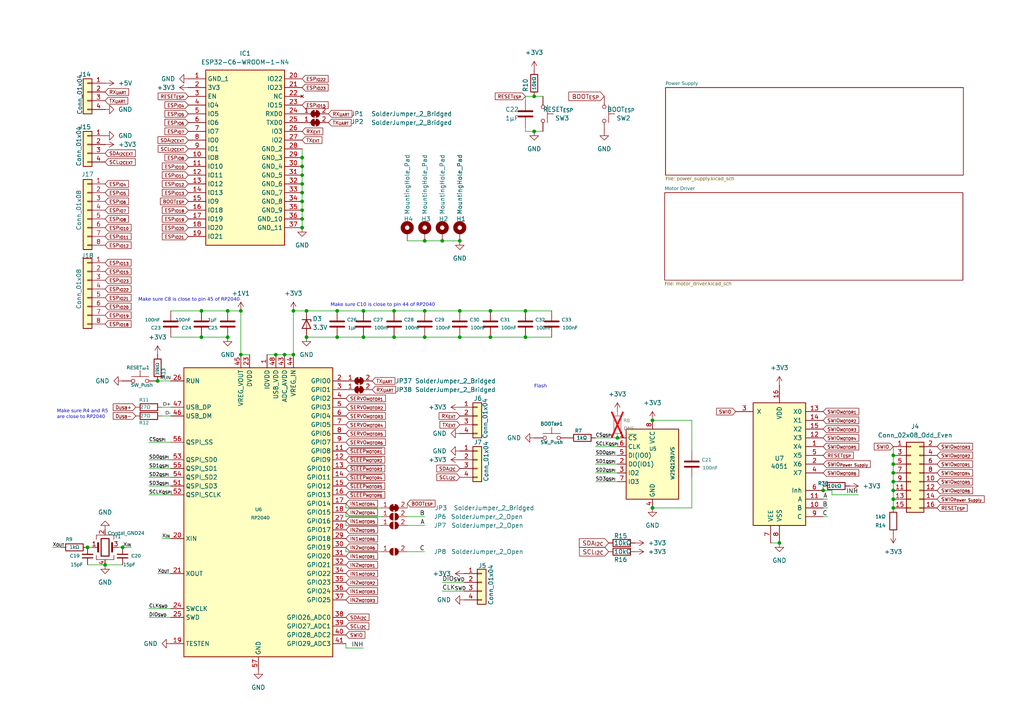
<source format=kicad_sch>
(kicad_sch
	(version 20231120)
	(generator "eeschema")
	(generator_version "8.0")
	(uuid "220120ed-d44a-4ac7-a64c-440534e9360b")
	(paper "A4")
	
	(junction
		(at 69.85 102.87)
		(diameter 0)
		(color 0 0 0 0)
		(uuid "003f66a8-eae7-4db3-afe5-e69c1cab0c73")
	)
	(junction
		(at 238.76 142.24)
		(diameter 0)
		(color 0 0 0 0)
		(uuid "017ec3ac-0739-4647-8f5d-ce3d0002b849")
	)
	(junction
		(at 87.63 48.26)
		(diameter 0)
		(color 0 0 0 0)
		(uuid "04a89eeb-198c-42ef-8b24-e13eedd7d81a")
	)
	(junction
		(at 87.63 63.5)
		(diameter 0)
		(color 0 0 0 0)
		(uuid "058c2a20-fe14-45b0-9da8-48a4adb71fce")
	)
	(junction
		(at 87.63 53.34)
		(diameter 0)
		(color 0 0 0 0)
		(uuid "10ec2086-1e0a-4265-816d-f0c62fbb05bb")
	)
	(junction
		(at 259.08 132.08)
		(diameter 0)
		(color 0 0 0 0)
		(uuid "16f7f5b8-799b-4ac8-85d6-064f820b7b5b")
	)
	(junction
		(at 97.79 97.79)
		(diameter 0)
		(color 0 0 0 0)
		(uuid "1adad598-974f-4d08-9ac5-e7a4c0ae3747")
	)
	(junction
		(at 69.85 90.17)
		(diameter 0)
		(color 0 0 0 0)
		(uuid "2e2aaef0-992d-4fde-8ed3-c9b42acc268c")
	)
	(junction
		(at 35.56 158.75)
		(diameter 0)
		(color 0 0 0 0)
		(uuid "2fb0f79d-e023-49a7-89d9-a3d9111a7106")
	)
	(junction
		(at 154.94 38.1)
		(diameter 0)
		(color 0 0 0 0)
		(uuid "33ecb33a-2017-40a5-91ec-e37866df2b61")
	)
	(junction
		(at 259.08 137.16)
		(diameter 0)
		(color 0 0 0 0)
		(uuid "3b8af2c2-e7a6-4d4f-a8bb-834b5f42114d")
	)
	(junction
		(at 259.08 142.24)
		(diameter 0)
		(color 0 0 0 0)
		(uuid "4db7ee42-4bf2-4d26-bc57-351b7a6941f7")
	)
	(junction
		(at 45.72 110.49)
		(diameter 0)
		(color 0 0 0 0)
		(uuid "4dc64eac-ecf8-4431-ab06-69163a9e84af")
	)
	(junction
		(at 259.08 134.62)
		(diameter 0)
		(color 0 0 0 0)
		(uuid "4f812d22-2524-4c9e-a5c0-526141f51af6")
	)
	(junction
		(at 133.35 69.85)
		(diameter 0)
		(color 0 0 0 0)
		(uuid "513bb2f7-ca58-4d08-980b-a8b1da181991")
	)
	(junction
		(at 87.63 45.72)
		(diameter 0)
		(color 0 0 0 0)
		(uuid "51ba5bb0-9fa5-486f-87c4-7fa8bc5ab2a1")
	)
	(junction
		(at 133.35 90.17)
		(diameter 0)
		(color 0 0 0 0)
		(uuid "578122f7-b127-40dc-9895-39bb1623d1d7")
	)
	(junction
		(at 123.19 90.17)
		(diameter 0)
		(color 0 0 0 0)
		(uuid "58851d00-bcbd-4bd9-b3fa-ccb4e0b2fb19")
	)
	(junction
		(at 123.19 69.85)
		(diameter 0)
		(color 0 0 0 0)
		(uuid "5b6df43f-b670-4c2d-8bc0-aeb1d34b4efa")
	)
	(junction
		(at 87.63 50.8)
		(diameter 0)
		(color 0 0 0 0)
		(uuid "5e38a6c4-bb3b-4ddb-b37d-b568750dcc53")
	)
	(junction
		(at 189.23 121.92)
		(diameter 0)
		(color 0 0 0 0)
		(uuid "676856d9-25b1-4e70-a1d7-42968b0f99dc")
	)
	(junction
		(at 85.09 102.87)
		(diameter 0)
		(color 0 0 0 0)
		(uuid "6dd8d164-dbcd-48b6-a990-fa205bee252f")
	)
	(junction
		(at 142.24 90.17)
		(diameter 0)
		(color 0 0 0 0)
		(uuid "76c4a1b7-25ce-4927-a2c8-9e6eedcf3915")
	)
	(junction
		(at 87.63 55.88)
		(diameter 0)
		(color 0 0 0 0)
		(uuid "78142456-f6a3-486a-b434-a7ca9bc64147")
	)
	(junction
		(at 80.01 102.87)
		(diameter 0)
		(color 0 0 0 0)
		(uuid "79fc7191-8f87-4cc3-85c9-f5b02f4023e3")
	)
	(junction
		(at 58.42 90.17)
		(diameter 0)
		(color 0 0 0 0)
		(uuid "806bdf08-0a0f-4e03-aeaa-0074eac394fd")
	)
	(junction
		(at 25.4 158.75)
		(diameter 0)
		(color 0 0 0 0)
		(uuid "81c9856b-401a-4d9c-83d6-b00fd7ed253e")
	)
	(junction
		(at 105.41 97.79)
		(diameter 0)
		(color 0 0 0 0)
		(uuid "87bcb4c1-f15d-4591-b20c-3e6ed7b9b0e8")
	)
	(junction
		(at 259.08 144.78)
		(diameter 0)
		(color 0 0 0 0)
		(uuid "8d4d0730-c34b-4021-b3c8-414aa929a49f")
	)
	(junction
		(at 87.63 66.04)
		(diameter 0)
		(color 0 0 0 0)
		(uuid "a703d382-becc-4410-8e48-c1e6f101b299")
	)
	(junction
		(at 226.06 157.48)
		(diameter 0)
		(color 0 0 0 0)
		(uuid "a8a4edb7-7482-459f-8b14-8a7e43dc27fe")
	)
	(junction
		(at 152.4 97.79)
		(diameter 0)
		(color 0 0 0 0)
		(uuid "aca9eaed-0c1f-4645-8a1a-5a773138aad1")
	)
	(junction
		(at 123.19 97.79)
		(diameter 0)
		(color 0 0 0 0)
		(uuid "ad83e5ca-f4d4-4c94-a2d8-8d789edbeecb")
	)
	(junction
		(at 128.27 69.85)
		(diameter 0)
		(color 0 0 0 0)
		(uuid "ae14c22a-d11f-4e50-9f8c-129e392343f0")
	)
	(junction
		(at 105.41 90.17)
		(diameter 0)
		(color 0 0 0 0)
		(uuid "b032d493-aaf5-40d0-9629-67bdd8e63862")
	)
	(junction
		(at 30.48 163.83)
		(diameter 0)
		(color 0 0 0 0)
		(uuid "b2640a55-b67d-4f94-b019-4bcc43cc60d8")
	)
	(junction
		(at 88.9 97.79)
		(diameter 0)
		(color 0 0 0 0)
		(uuid "b8c70675-9bdc-4dd1-b6bd-e8b1fba53319")
	)
	(junction
		(at 142.24 97.79)
		(diameter 0)
		(color 0 0 0 0)
		(uuid "c5ca1739-206b-4346-ac54-3d11a3fe2c89")
	)
	(junction
		(at 114.3 90.17)
		(diameter 0)
		(color 0 0 0 0)
		(uuid "c8335f0f-5292-4d70-8189-d4cbf7c934f6")
	)
	(junction
		(at 58.42 97.79)
		(diameter 0)
		(color 0 0 0 0)
		(uuid "c88e4559-11f2-42a7-9d1d-16974536b90a")
	)
	(junction
		(at 179.07 127)
		(diameter 0)
		(color 0 0 0 0)
		(uuid "ca3b1f3e-6437-43ed-bb2f-e16bc1220400")
	)
	(junction
		(at 152.4 90.17)
		(diameter 0)
		(color 0 0 0 0)
		(uuid "cd7dba05-7e68-4a74-97e0-0ccfd8d63ce8")
	)
	(junction
		(at 97.79 90.17)
		(diameter 0)
		(color 0 0 0 0)
		(uuid "d0601b2c-bde4-45d1-8a03-f34c0a1842cb")
	)
	(junction
		(at 114.3 97.79)
		(diameter 0)
		(color 0 0 0 0)
		(uuid "d13caa0e-b68d-4b2c-a7a4-64494581f0fc")
	)
	(junction
		(at 66.04 97.79)
		(diameter 0)
		(color 0 0 0 0)
		(uuid "d7323ba3-f6c7-403f-aac9-a6cdedef2539")
	)
	(junction
		(at 154.94 27.94)
		(diameter 0)
		(color 0 0 0 0)
		(uuid "d78d0c4a-b12c-45ad-b1d3-f558574229d7")
	)
	(junction
		(at 259.08 147.32)
		(diameter 0)
		(color 0 0 0 0)
		(uuid "e09dbf41-da77-48c7-8649-7e9bd153b345")
	)
	(junction
		(at 87.63 58.42)
		(diameter 0)
		(color 0 0 0 0)
		(uuid "e4cb2843-58a2-4a66-90bc-e3f60e160636")
	)
	(junction
		(at 85.09 90.17)
		(diameter 0)
		(color 0 0 0 0)
		(uuid "e6981971-3939-4569-bcd4-3f317e70953b")
	)
	(junction
		(at 259.08 139.7)
		(diameter 0)
		(color 0 0 0 0)
		(uuid "e827e421-b16f-453a-819b-4d5cc4510ef9")
	)
	(junction
		(at 189.23 147.32)
		(diameter 0)
		(color 0 0 0 0)
		(uuid "e8bac725-068a-411a-9ef5-bd7bfe30a4bc")
	)
	(junction
		(at 66.04 90.17)
		(diameter 0)
		(color 0 0 0 0)
		(uuid "ed02f95c-d9ba-4805-a840-e5331f0b816e")
	)
	(junction
		(at 133.35 97.79)
		(diameter 0)
		(color 0 0 0 0)
		(uuid "f032371e-8c22-4c91-93b2-e2d539c956b1")
	)
	(junction
		(at 82.55 102.87)
		(diameter 0)
		(color 0 0 0 0)
		(uuid "f704233a-ec1d-4298-893a-a3b3c69b24a9")
	)
	(junction
		(at 87.63 60.96)
		(diameter 0)
		(color 0 0 0 0)
		(uuid "fa034436-3071-4d32-aa6a-aa21b3c8121c")
	)
	(junction
		(at 88.9 90.17)
		(diameter 0)
		(color 0 0 0 0)
		(uuid "fe6017c7-1e4e-4278-bb3c-9a73b24a539c")
	)
	(wire
		(pts
			(xy 142.24 97.79) (xy 152.4 97.79)
		)
		(stroke
			(width 0)
			(type default)
		)
		(uuid "01a3bfaa-0e14-4c46-8d85-d0c9a96aa935")
	)
	(wire
		(pts
			(xy 82.55 102.87) (xy 85.09 102.87)
		)
		(stroke
			(width 0)
			(type default)
		)
		(uuid "04a5000a-04c3-4f4b-ba49-e851b42bb65a")
	)
	(wire
		(pts
			(xy 259.08 142.24) (xy 259.08 144.78)
		)
		(stroke
			(width 0)
			(type default)
		)
		(uuid "05c9f852-a4b0-4a44-894d-e870a1422b13")
	)
	(wire
		(pts
			(xy 114.3 97.79) (xy 123.19 97.79)
		)
		(stroke
			(width 0)
			(type default)
		)
		(uuid "095cb54c-ae94-40e0-9c60-9cc0ff74f60a")
	)
	(wire
		(pts
			(xy 35.56 158.75) (xy 38.1 158.75)
		)
		(stroke
			(width 0)
			(type default)
		)
		(uuid "0a2ff1bc-9ae2-4e54-a093-962810b5d609")
	)
	(wire
		(pts
			(xy 100.33 147.32) (xy 110.49 147.32)
		)
		(stroke
			(width 0)
			(type default)
		)
		(uuid "0c63633d-aaa2-45c9-afaa-41790ed6bdbb")
	)
	(wire
		(pts
			(xy 152.4 38.1) (xy 152.4 36.83)
		)
		(stroke
			(width 0)
			(type default)
		)
		(uuid "0f4708d1-cce1-4af1-9ad4-2d388194a698")
	)
	(wire
		(pts
			(xy 172.72 127) (xy 179.07 127)
		)
		(stroke
			(width 0)
			(type default)
		)
		(uuid "0fe6643e-a27d-4fd5-a767-da2622181278")
	)
	(wire
		(pts
			(xy 128.27 171.45) (xy 134.62 171.45)
		)
		(stroke
			(width 0)
			(type default)
		)
		(uuid "126e59d5-d2df-4b81-9ae0-85798c972a82")
	)
	(wire
		(pts
			(xy 25.4 158.75) (xy 26.67 158.75)
		)
		(stroke
			(width 0)
			(type default)
		)
		(uuid "13de7f31-4739-476e-a4b0-d2492a73ad73")
	)
	(wire
		(pts
			(xy 157.48 38.1) (xy 154.94 38.1)
		)
		(stroke
			(width 0)
			(type default)
		)
		(uuid "146fbda4-9f35-4883-abb2-e91a7ae71b7a")
	)
	(wire
		(pts
			(xy 259.08 132.08) (xy 259.08 134.62)
		)
		(stroke
			(width 0)
			(type default)
		)
		(uuid "158e983e-25a5-4672-8462-4e9ec35842a7")
	)
	(wire
		(pts
			(xy 43.18 140.97) (xy 49.53 140.97)
		)
		(stroke
			(width 0)
			(type default)
		)
		(uuid "16fbb14f-0fbd-422c-86dd-c798d59e6312")
	)
	(wire
		(pts
			(xy 49.53 128.27) (xy 43.18 128.27)
		)
		(stroke
			(width 0)
			(type default)
		)
		(uuid "178a5e13-bfe6-4e85-974d-24234b9e1e53")
	)
	(wire
		(pts
			(xy 45.72 110.49) (xy 49.53 110.49)
		)
		(stroke
			(width 0)
			(type default)
		)
		(uuid "1df59cb3-4e55-4e04-b7c1-e82f853e27d7")
	)
	(wire
		(pts
			(xy 87.63 63.5) (xy 87.63 66.04)
		)
		(stroke
			(width 0)
			(type default)
		)
		(uuid "1efcabe0-41d7-4898-b705-3c228eb6b4b9")
	)
	(wire
		(pts
			(xy 172.72 129.54) (xy 179.07 129.54)
		)
		(stroke
			(width 0)
			(type default)
		)
		(uuid "1f8681c0-d89a-419e-8359-3b0a657a7252")
	)
	(wire
		(pts
			(xy 241.3 143.51) (xy 248.92 143.51)
		)
		(stroke
			(width 0)
			(type default)
		)
		(uuid "21aa7b99-af0a-4e3f-b88b-dfb53da24381")
	)
	(wire
		(pts
			(xy 97.79 90.17) (xy 105.41 90.17)
		)
		(stroke
			(width 0)
			(type default)
		)
		(uuid "256b33d6-d82e-4cbf-9f0f-597870a5cb7b")
	)
	(wire
		(pts
			(xy 43.18 133.35) (xy 49.53 133.35)
		)
		(stroke
			(width 0)
			(type default)
		)
		(uuid "2666c563-e193-46a4-aea7-54c82503c9cb")
	)
	(wire
		(pts
			(xy 200.66 138.43) (xy 200.66 147.32)
		)
		(stroke
			(width 0)
			(type default)
		)
		(uuid "277b0541-3978-4aee-bc09-66419806eaa4")
	)
	(wire
		(pts
			(xy 114.3 90.17) (xy 123.19 90.17)
		)
		(stroke
			(width 0)
			(type default)
		)
		(uuid "2b5b69b4-9606-40be-afcb-c68d164e260e")
	)
	(wire
		(pts
			(xy 133.35 97.79) (xy 142.24 97.79)
		)
		(stroke
			(width 0)
			(type default)
		)
		(uuid "2de0bfed-0123-40fa-8cfc-56c434456189")
	)
	(wire
		(pts
			(xy 123.19 97.79) (xy 133.35 97.79)
		)
		(stroke
			(width 0)
			(type default)
		)
		(uuid "2f8b65e3-28b4-469f-a917-78683c3e9ef5")
	)
	(wire
		(pts
			(xy 241.3 143.51) (xy 241.3 142.24)
		)
		(stroke
			(width 0)
			(type default)
		)
		(uuid "3373f563-ebf3-4e32-80cd-eecbf4d08ce4")
	)
	(wire
		(pts
			(xy 152.4 27.94) (xy 154.94 27.94)
		)
		(stroke
			(width 0)
			(type default)
		)
		(uuid "3422ce99-53f0-40ed-b67d-c5916a2b2e7b")
	)
	(wire
		(pts
			(xy 123.19 69.85) (xy 128.27 69.85)
		)
		(stroke
			(width 0)
			(type default)
		)
		(uuid "34f748a6-89ab-46f9-9923-be35259230f1")
	)
	(wire
		(pts
			(xy 77.47 102.87) (xy 80.01 102.87)
		)
		(stroke
			(width 0)
			(type default)
		)
		(uuid "3b82c5f1-8ed2-47f9-8599-5efd0871cbd1")
	)
	(wire
		(pts
			(xy 152.4 90.17) (xy 160.02 90.17)
		)
		(stroke
			(width 0)
			(type default)
		)
		(uuid "40d9ec54-4161-4b4d-9869-1671119c74c5")
	)
	(wire
		(pts
			(xy 200.66 121.92) (xy 200.66 130.81)
		)
		(stroke
			(width 0)
			(type default)
		)
		(uuid "42e87d03-2234-4b89-b074-1d2c8b5e9c5b")
	)
	(wire
		(pts
			(xy 118.11 160.02) (xy 123.19 160.02)
		)
		(stroke
			(width 0)
			(type default)
		)
		(uuid "49a3aedb-42b6-4136-b41f-f8b6dad3bd40")
	)
	(wire
		(pts
			(xy 100.33 160.02) (xy 110.49 160.02)
		)
		(stroke
			(width 0)
			(type default)
		)
		(uuid "4c2838f5-4058-424d-9762-5561a1706589")
	)
	(wire
		(pts
			(xy 259.08 144.78) (xy 259.08 147.32)
		)
		(stroke
			(width 0)
			(type default)
		)
		(uuid "4dd725ec-e1fe-45c5-92c6-44760a871b6d")
	)
	(wire
		(pts
			(xy 25.4 163.83) (xy 30.48 163.83)
		)
		(stroke
			(width 0)
			(type default)
		)
		(uuid "4f40d27b-e963-496c-901b-fd4ad63cb463")
	)
	(wire
		(pts
			(xy 118.11 146.05) (xy 118.11 147.32)
		)
		(stroke
			(width 0)
			(type default)
		)
		(uuid "5237b672-5be0-42f6-a011-39bcf2237e49")
	)
	(wire
		(pts
			(xy 30.48 163.83) (xy 35.56 163.83)
		)
		(stroke
			(width 0)
			(type default)
		)
		(uuid "534ea605-6844-452a-ad85-92d41264a5ec")
	)
	(wire
		(pts
			(xy 49.53 90.17) (xy 58.42 90.17)
		)
		(stroke
			(width 0)
			(type default)
		)
		(uuid "5367842d-0d00-4b15-a8da-308812ed6684")
	)
	(wire
		(pts
			(xy 259.08 129.54) (xy 259.08 132.08)
		)
		(stroke
			(width 0)
			(type default)
		)
		(uuid "54b27330-9a98-42eb-ae9f-20a42c5fd9fe")
	)
	(wire
		(pts
			(xy 97.79 97.79) (xy 105.41 97.79)
		)
		(stroke
			(width 0)
			(type default)
		)
		(uuid "57c80281-730c-4009-bac3-4cd34d7edc98")
	)
	(wire
		(pts
			(xy 66.04 90.17) (xy 69.85 90.17)
		)
		(stroke
			(width 0)
			(type default)
		)
		(uuid "5b415ddc-7098-4316-88ea-bd3dd18e8ea2")
	)
	(wire
		(pts
			(xy 49.53 143.51) (xy 43.18 143.51)
		)
		(stroke
			(width 0)
			(type default)
		)
		(uuid "5c49814d-d5fa-4ed6-95b3-e44e7c413258")
	)
	(wire
		(pts
			(xy 152.4 97.79) (xy 160.02 97.79)
		)
		(stroke
			(width 0)
			(type default)
		)
		(uuid "5e9f71ae-9592-4c6e-8828-9b509859c588")
	)
	(wire
		(pts
			(xy 100.33 149.86) (xy 110.49 149.86)
		)
		(stroke
			(width 0)
			(type default)
		)
		(uuid "615bed3c-ae0f-4250-b1aa-2f82de0b7a02")
	)
	(wire
		(pts
			(xy 200.66 121.92) (xy 189.23 121.92)
		)
		(stroke
			(width 0)
			(type default)
		)
		(uuid "6401f149-7356-4c04-b055-2a5a60669c11")
	)
	(wire
		(pts
			(xy 87.63 55.88) (xy 87.63 58.42)
		)
		(stroke
			(width 0)
			(type default)
		)
		(uuid "670a1028-b6dd-42fa-be28-9b22661d207d")
	)
	(wire
		(pts
			(xy 49.53 176.53) (xy 43.18 176.53)
		)
		(stroke
			(width 0)
			(type default)
		)
		(uuid "6a5ab6b7-38e2-490a-8ff5-db61cbe6698c")
	)
	(wire
		(pts
			(xy 179.07 139.7) (xy 172.72 139.7)
		)
		(stroke
			(width 0)
			(type default)
		)
		(uuid "6a6a74c3-107c-4f88-984f-7fd9987e7120")
	)
	(wire
		(pts
			(xy 157.48 27.94) (xy 154.94 27.94)
		)
		(stroke
			(width 0)
			(type default)
		)
		(uuid "6ad1922a-55d6-4ca0-a4e9-0a77f2409014")
	)
	(wire
		(pts
			(xy 49.53 179.07) (xy 43.18 179.07)
		)
		(stroke
			(width 0)
			(type default)
		)
		(uuid "6b0e748f-cb73-4dfd-b5cc-fb7f2b1b67bd")
	)
	(wire
		(pts
			(xy 97.79 97.79) (xy 88.9 97.79)
		)
		(stroke
			(width 0)
			(type default)
		)
		(uuid "6b6e411b-2266-4b63-a08e-a269f30914fa")
	)
	(wire
		(pts
			(xy 110.49 152.4) (xy 100.33 152.4)
		)
		(stroke
			(width 0)
			(type default)
		)
		(uuid "6c164dbb-f1b3-499a-9ef5-4e5428eaaa18")
	)
	(wire
		(pts
			(xy 179.07 132.08) (xy 172.72 132.08)
		)
		(stroke
			(width 0)
			(type default)
		)
		(uuid "6d63148b-809f-414e-86bf-b8af880eeb98")
	)
	(wire
		(pts
			(xy 123.19 90.17) (xy 133.35 90.17)
		)
		(stroke
			(width 0)
			(type default)
		)
		(uuid "6e9605f6-d6c1-49d3-a131-ad04314c6ee2")
	)
	(wire
		(pts
			(xy 105.41 97.79) (xy 114.3 97.79)
		)
		(stroke
			(width 0)
			(type default)
		)
		(uuid "6f205c35-cc21-46d3-aef6-c797573fe433")
	)
	(wire
		(pts
			(xy 87.63 60.96) (xy 87.63 63.5)
		)
		(stroke
			(width 0)
			(type default)
		)
		(uuid "70832be6-8971-473f-94d2-780d861aedea")
	)
	(wire
		(pts
			(xy 238.76 140.97) (xy 238.76 142.24)
		)
		(stroke
			(width 0)
			(type default)
		)
		(uuid "7563415a-1b4d-49a3-a547-e9ad34efcffc")
	)
	(wire
		(pts
			(xy 179.07 134.62) (xy 172.72 134.62)
		)
		(stroke
			(width 0)
			(type default)
		)
		(uuid "823bf568-a3e2-4739-9032-67fb9d067220")
	)
	(wire
		(pts
			(xy 154.94 38.1) (xy 152.4 38.1)
		)
		(stroke
			(width 0)
			(type default)
		)
		(uuid "82e04078-6cc7-48c5-9ec3-7b08c13365d2")
	)
	(wire
		(pts
			(xy 85.09 90.17) (xy 88.9 90.17)
		)
		(stroke
			(width 0)
			(type default)
		)
		(uuid "86d0f320-2c2b-40e9-b2ff-9d56b2246853")
	)
	(wire
		(pts
			(xy 128.27 69.85) (xy 133.35 69.85)
		)
		(stroke
			(width 0)
			(type default)
		)
		(uuid "878561c5-24d1-477e-ae66-77a201a1e48b")
	)
	(wire
		(pts
			(xy 46.99 156.21) (xy 49.53 156.21)
		)
		(stroke
			(width 0)
			(type default)
		)
		(uuid "88b70b42-31db-425b-9be3-d866ec4e8cef")
	)
	(wire
		(pts
			(xy 240.03 147.32) (xy 238.76 147.32)
		)
		(stroke
			(width 0)
			(type default)
		)
		(uuid "892f9a9b-6d31-46bc-aa8f-20acbbc72336")
	)
	(wire
		(pts
			(xy 46.99 120.65) (xy 49.53 120.65)
		)
		(stroke
			(width 0)
			(type default)
		)
		(uuid "89bc1860-cc2f-49ed-adc3-2ae7354b9518")
	)
	(wire
		(pts
			(xy 34.29 158.75) (xy 35.56 158.75)
		)
		(stroke
			(width 0)
			(type default)
		)
		(uuid "8a43ae60-4bdb-41a3-b284-98731452e9e9")
	)
	(wire
		(pts
			(xy 87.63 50.8) (xy 87.63 53.34)
		)
		(stroke
			(width 0)
			(type default)
		)
		(uuid "8bf98e95-4dfa-4227-aac0-c1e6b016df17")
	)
	(wire
		(pts
			(xy 259.08 134.62) (xy 259.08 137.16)
		)
		(stroke
			(width 0)
			(type default)
		)
		(uuid "8d4390ec-1507-4f5e-a731-6e29ba20b7bc")
	)
	(wire
		(pts
			(xy 43.18 135.89) (xy 49.53 135.89)
		)
		(stroke
			(width 0)
			(type default)
		)
		(uuid "91470d0f-31af-4cd6-8d7a-ceaf87e876c1")
	)
	(wire
		(pts
			(xy 259.08 137.16) (xy 259.08 139.7)
		)
		(stroke
			(width 0)
			(type default)
		)
		(uuid "91e36cc0-d463-478b-83a3-76afc59b3d4b")
	)
	(wire
		(pts
			(xy 118.11 69.85) (xy 123.19 69.85)
		)
		(stroke
			(width 0)
			(type default)
		)
		(uuid "926e1dfa-9a77-43d6-ace0-c610d7f31948")
	)
	(wire
		(pts
			(xy 240.03 144.78) (xy 238.76 144.78)
		)
		(stroke
			(width 0)
			(type default)
		)
		(uuid "92fc1fd2-aac8-4ea7-a470-be3813a6ba90")
	)
	(wire
		(pts
			(xy 88.9 90.17) (xy 97.79 90.17)
		)
		(stroke
			(width 0)
			(type default)
		)
		(uuid "9385f93f-626b-49bd-83b4-1661d6d2bdd1")
	)
	(wire
		(pts
			(xy 87.63 48.26) (xy 87.63 50.8)
		)
		(stroke
			(width 0)
			(type default)
		)
		(uuid "944e5f84-e844-48a2-ac9f-6331fd9c1a77")
	)
	(wire
		(pts
			(xy 133.35 90.17) (xy 142.24 90.17)
		)
		(stroke
			(width 0)
			(type default)
		)
		(uuid "94b41df1-5cce-4f1f-ba60-3d42c9b136c8")
	)
	(wire
		(pts
			(xy 128.27 168.91) (xy 134.62 168.91)
		)
		(stroke
			(width 0)
			(type default)
		)
		(uuid "9aa7b52a-0546-4808-b498-00d39a430162")
	)
	(wire
		(pts
			(xy 226.06 157.48) (xy 223.52 157.48)
		)
		(stroke
			(width 0)
			(type default)
		)
		(uuid "9d333333-68d3-48f3-8f2b-a6d4640cac08")
	)
	(wire
		(pts
			(xy 241.3 142.24) (xy 238.76 142.24)
		)
		(stroke
			(width 0)
			(type default)
		)
		(uuid "9fe0d879-3456-45b3-946a-3c9941896d78")
	)
	(wire
		(pts
			(xy 15.24 158.75) (xy 17.78 158.75)
		)
		(stroke
			(width 0)
			(type default)
		)
		(uuid "a1072d80-d40b-4a49-b897-bf4d8a62ba34")
	)
	(wire
		(pts
			(xy 43.18 138.43) (xy 49.53 138.43)
		)
		(stroke
			(width 0)
			(type default)
		)
		(uuid "a4859369-a7f8-4892-8898-cc33c4bd485d")
	)
	(wire
		(pts
			(xy 200.66 147.32) (xy 189.23 147.32)
		)
		(stroke
			(width 0)
			(type default)
		)
		(uuid "a7b815b2-b838-4db2-9296-30119cd2ad1e")
	)
	(wire
		(pts
			(xy 69.85 90.17) (xy 69.85 102.87)
		)
		(stroke
			(width 0)
			(type default)
		)
		(uuid "ab3dc532-6e7d-4ff7-9718-2ee0df45536a")
	)
	(wire
		(pts
			(xy 100.33 152.4) (xy 100.33 151.13)
		)
		(stroke
			(width 0)
			(type default)
		)
		(uuid "b2aac91f-212e-4543-8f75-488a43adc069")
	)
	(wire
		(pts
			(xy 240.03 149.86) (xy 238.76 149.86)
		)
		(stroke
			(width 0)
			(type default)
		)
		(uuid "b393ab8e-c194-4142-a828-2afacfc4fa69")
	)
	(wire
		(pts
			(xy 100.33 148.59) (xy 100.33 149.86)
		)
		(stroke
			(width 0)
			(type default)
		)
		(uuid "b8d28520-7cab-4354-93c4-52aa739b2bfd")
	)
	(wire
		(pts
			(xy 87.63 45.72) (xy 87.63 48.26)
		)
		(stroke
			(width 0)
			(type default)
		)
		(uuid "b947a9d8-8e3e-4f1e-8fe8-72837a82ddda")
	)
	(wire
		(pts
			(xy 142.24 90.17) (xy 152.4 90.17)
		)
		(stroke
			(width 0)
			(type default)
		)
		(uuid "be0fabf8-d96f-4fa7-8696-1dc16eecfd45")
	)
	(wire
		(pts
			(xy 87.63 58.42) (xy 87.63 60.96)
		)
		(stroke
			(width 0)
			(type default)
		)
		(uuid "c88fea79-44db-4669-b5db-761de8d074d0")
	)
	(wire
		(pts
			(xy 58.42 97.79) (xy 66.04 97.79)
		)
		(stroke
			(width 0)
			(type default)
		)
		(uuid "c94c6165-bd72-4ccc-9e99-a474e86e87c2")
	)
	(wire
		(pts
			(xy 152.4 29.21) (xy 152.4 27.94)
		)
		(stroke
			(width 0)
			(type default)
		)
		(uuid "cecbf096-ab0f-41c0-8220-602aabbd15bb")
	)
	(wire
		(pts
			(xy 118.11 149.86) (xy 123.19 149.86)
		)
		(stroke
			(width 0)
			(type default)
		)
		(uuid "cfbc8965-26f2-4361-b7e8-db2d1280d2a8")
	)
	(wire
		(pts
			(xy 80.01 102.87) (xy 82.55 102.87)
		)
		(stroke
			(width 0)
			(type default)
		)
		(uuid "d327c4ca-de13-4bf0-b28f-61a62d92b050")
	)
	(wire
		(pts
			(xy 49.53 97.79) (xy 58.42 97.79)
		)
		(stroke
			(width 0)
			(type default)
		)
		(uuid "d4082973-969d-4632-8448-882d82dbf756")
	)
	(wire
		(pts
			(xy 259.08 139.7) (xy 259.08 142.24)
		)
		(stroke
			(width 0)
			(type default)
		)
		(uuid "d5a7c0f6-8b32-4ced-8a16-e6ee798767d5")
	)
	(wire
		(pts
			(xy 49.53 166.37) (xy 45.72 166.37)
		)
		(stroke
			(width 0)
			(type default)
		)
		(uuid "d607a68c-fa80-4911-8d57-dd7950f81229")
	)
	(wire
		(pts
			(xy 100.33 187.96) (xy 105.41 187.96)
		)
		(stroke
			(width 0)
			(type default)
		)
		(uuid "e0b0dc81-f4de-4d2d-94c4-1f08b1297b15")
	)
	(wire
		(pts
			(xy 85.09 90.17) (xy 85.09 102.87)
		)
		(stroke
			(width 0)
			(type default)
		)
		(uuid "e1099232-2b69-450e-baa9-9759b6837e09")
	)
	(wire
		(pts
			(xy 87.63 53.34) (xy 87.63 55.88)
		)
		(stroke
			(width 0)
			(type default)
		)
		(uuid "e382353c-7e78-4497-ab3e-e46c0f6330bf")
	)
	(wire
		(pts
			(xy 100.33 158.75) (xy 100.33 160.02)
		)
		(stroke
			(width 0)
			(type default)
		)
		(uuid "e73555cd-9d79-429e-b92e-6bad17ccb5fe")
	)
	(wire
		(pts
			(xy 100.33 146.05) (xy 100.33 147.32)
		)
		(stroke
			(width 0)
			(type default)
		)
		(uuid "e9fcfa0e-e2ae-4ab3-8f8f-21b6becf2a2f")
	)
	(wire
		(pts
			(xy 100.33 187.96) (xy 100.33 186.69)
		)
		(stroke
			(width 0)
			(type default)
		)
		(uuid "ec0f0977-9b44-40a1-9d5d-391bc79668a5")
	)
	(wire
		(pts
			(xy 58.42 90.17) (xy 66.04 90.17)
		)
		(stroke
			(width 0)
			(type default)
		)
		(uuid "ec563e59-41e9-4ba8-9b42-0b1290258654")
	)
	(wire
		(pts
			(xy 87.63 43.18) (xy 87.63 45.72)
		)
		(stroke
			(width 0)
			(type default)
		)
		(uuid "ef1962f8-093a-4ab5-91db-5a77d0144a84")
	)
	(wire
		(pts
			(xy 123.19 152.4) (xy 118.11 152.4)
		)
		(stroke
			(width 0)
			(type default)
		)
		(uuid "f036fd5d-37c9-48f9-9407-dbd901b5352f")
	)
	(wire
		(pts
			(xy 46.99 118.11) (xy 49.53 118.11)
		)
		(stroke
			(width 0)
			(type default)
		)
		(uuid "f2f19d35-2a84-4993-869c-ecfb0a0207ae")
	)
	(wire
		(pts
			(xy 72.39 102.87) (xy 69.85 102.87)
		)
		(stroke
			(width 0)
			(type default)
		)
		(uuid "f8b24106-1de7-4c7a-9931-7eb0c2963732")
	)
	(wire
		(pts
			(xy 179.07 137.16) (xy 172.72 137.16)
		)
		(stroke
			(width 0)
			(type default)
		)
		(uuid "f8bc4cd1-4d01-4faa-afc3-a1efa7e3c04b")
	)
	(wire
		(pts
			(xy 105.41 90.17) (xy 114.3 90.17)
		)
		(stroke
			(width 0)
			(type default)
		)
		(uuid "fd71c768-5977-4362-a4e6-4784a712ef0e")
	)
	(text "Make sure C10 is close to pin 44 of RP2040"
		(exclude_from_sim no)
		(at 95.885 89.408 0)
		(effects
			(font
				(face "Source Code Pro")
				(size 1 1)
			)
			(justify left bottom)
		)
		(uuid "04490dc3-70b4-4962-89b4-8e0ab88fbdf8")
	)
	(text "Make sure R4 and R5\nare close to RP2040"
		(exclude_from_sim no)
		(at 16.51 121.92 0)
		(effects
			(font
				(face "Source Code Pro")
				(size 1 1)
			)
			(justify left bottom)
		)
		(uuid "42f9bc12-c7b3-4e8a-b1b0-99e3bbae254c")
	)
	(text "Flash"
		(exclude_from_sim no)
		(at 154.94 113.03 0)
		(effects
			(font
				(face "Source Code Pro")
				(size 1 1)
			)
			(justify left bottom)
		)
		(uuid "64a85e37-cd3e-4964-bdd1-56cd5e41c288")
	)
	(text "Make sure C8 is close to pin 45 of RP2040"
		(exclude_from_sim no)
		(at 40.132 87.884 0)
		(effects
			(font
				(face "Source Code Pro")
				(size 1 1)
			)
			(justify left bottom)
		)
		(uuid "fd3b0391-940a-4fc4-a988-f6bd30e0dd83")
	)
	(label "A"
		(at 123.19 152.4 180)
		(fields_autoplaced yes)
		(effects
			(font
				(size 1.27 1.27)
			)
			(justify right bottom)
		)
		(uuid "00e1fa40-6708-4727-b054-4fa7fae895e1")
	)
	(label "CLK_{SWD}"
		(at 43.18 176.53 0)
		(fields_autoplaced yes)
		(effects
			(font
				(size 1 1)
			)
			(justify left bottom)
		)
		(uuid "13bde812-566d-4225-bc0c-01cbf299ba8e")
	)
	(label "INH"
		(at 248.92 143.51 180)
		(fields_autoplaced yes)
		(effects
			(font
				(size 1.27 1.27)
			)
			(justify right bottom)
		)
		(uuid "19160ed7-163c-45b8-90ab-53d77ae8b1b3")
	)
	(label "DIO_{SWD}"
		(at 43.18 179.07 0)
		(fields_autoplaced yes)
		(effects
			(font
				(size 1 1)
			)
			(justify left bottom)
		)
		(uuid "19f7ced7-a025-4c41-82e5-f0efb731a81e")
	)
	(label "SD1_{QSPI}"
		(at 172.72 134.62 0)
		(fields_autoplaced yes)
		(effects
			(font
				(size 1 1)
			)
			(justify left bottom)
		)
		(uuid "1a56e980-74c3-4aff-a2a7-4b31a7cd2645")
	)
	(label "X_{IN}"
		(at 46.99 156.21 0)
		(fields_autoplaced yes)
		(effects
			(font
				(size 1 1)
			)
			(justify left bottom)
		)
		(uuid "238c0f59-012b-4b4c-8d5c-3e2580e4f2aa")
	)
	(label "SCLK_{QSPI}"
		(at 43.18 143.51 0)
		(fields_autoplaced yes)
		(effects
			(font
				(size 1 1)
			)
			(justify left bottom)
		)
		(uuid "277892b2-eaf6-4765-8be6-cd92339f4273")
	)
	(label "C"
		(at 240.03 149.86 180)
		(fields_autoplaced yes)
		(effects
			(font
				(size 1.27 1.27)
			)
			(justify right bottom)
		)
		(uuid "4137ba2f-5554-4ae0-8998-b4020116667e")
	)
	(label "D-"
		(at 49.53 120.65 180)
		(fields_autoplaced yes)
		(effects
			(font
				(face "Source Code Pro")
				(size 1 1)
			)
			(justify right bottom)
		)
		(uuid "46f8821b-1f60-4d08-bd1e-46060e65d22e")
	)
	(label "X_{OUT}"
		(at 45.72 166.37 0)
		(fields_autoplaced yes)
		(effects
			(font
				(size 1 1)
			)
			(justify left bottom)
		)
		(uuid "4a6ebb17-e877-47e6-8040-30a8e4aee002")
	)
	(label "INH"
		(at 105.41 187.96 180)
		(fields_autoplaced yes)
		(effects
			(font
				(size 1.27 1.27)
			)
			(justify right bottom)
		)
		(uuid "4dd5d809-4ce0-47eb-9a4d-ecebe718f75f")
	)
	(label "B"
		(at 240.03 147.32 180)
		(fields_autoplaced yes)
		(effects
			(font
				(size 1.27 1.27)
			)
			(justify right bottom)
		)
		(uuid "59252e4f-1f78-453c-b4af-9526f7d69fc7")
	)
	(label "SD2_{QSPI}"
		(at 43.18 138.43 0)
		(fields_autoplaced yes)
		(effects
			(font
				(size 1 1)
			)
			(justify left bottom)
		)
		(uuid "613e0d18-c3d2-4266-b335-29a84d58323f")
	)
	(label "CS_{QSPI}"
		(at 172.72 127 0)
		(fields_autoplaced yes)
		(effects
			(font
				(size 1 1)
			)
			(justify left bottom)
		)
		(uuid "66a29ed5-bccc-42ef-bf54-babdf19e5e11")
	)
	(label "SD2_{QSPI}"
		(at 172.72 137.16 0)
		(fields_autoplaced yes)
		(effects
			(font
				(size 1 1)
			)
			(justify left bottom)
		)
		(uuid "6f2b3e74-1b3e-487c-b24e-4ac81160951f")
	)
	(label "SD3_{QSPI}"
		(at 172.72 139.7 0)
		(fields_autoplaced yes)
		(effects
			(font
				(size 1 1)
			)
			(justify left bottom)
		)
		(uuid "72e52234-be78-48b6-898d-9f36143e6280")
	)
	(label "SCLK_{QSPI}"
		(at 172.72 129.54 0)
		(fields_autoplaced yes)
		(effects
			(font
				(size 1 1)
			)
			(justify left bottom)
		)
		(uuid "89d92166-2169-401c-bb68-3c996d32f86a")
	)
	(label "RUN"
		(at 49.53 110.49 180)
		(fields_autoplaced yes)
		(effects
			(font
				(face "Source Code Pro")
				(size 1 1)
			)
			(justify right bottom)
		)
		(uuid "9adff0d6-3e10-4a42-89c6-426dbeda105b")
	)
	(label "SD3_{QSPI}"
		(at 43.18 140.97 0)
		(fields_autoplaced yes)
		(effects
			(font
				(size 1 1)
			)
			(justify left bottom)
		)
		(uuid "b5510ac5-be5d-4c85-b049-f4493df4c7f2")
	)
	(label "CLK_{SWD}"
		(at 128.27 171.45 0)
		(fields_autoplaced yes)
		(effects
			(font
				(size 1.27 1.27)
			)
			(justify left bottom)
		)
		(uuid "bc531ddb-6bc1-48d5-b131-b4a424e06002")
	)
	(label "DIO_{SWD}"
		(at 128.27 168.91 0)
		(fields_autoplaced yes)
		(effects
			(font
				(size 1.27 1.27)
			)
			(justify left bottom)
		)
		(uuid "be5baa5d-2933-40f7-b970-1af7ec3b8429")
	)
	(label "SD1_{QSPI}"
		(at 43.18 135.89 0)
		(fields_autoplaced yes)
		(effects
			(font
				(size 1 1)
			)
			(justify left bottom)
		)
		(uuid "c413d943-e7ec-468a-b31e-8b8d0449d76c")
	)
	(label "D+"
		(at 49.53 118.11 180)
		(fields_autoplaced yes)
		(effects
			(font
				(face "Source Code Pro")
				(size 1 1)
			)
			(justify right bottom)
		)
		(uuid "c8dc00bb-663d-4e72-9e6a-1ded254dbacb")
	)
	(label "X_{OUT}"
		(at 15.24 158.75 0)
		(fields_autoplaced yes)
		(effects
			(font
				(size 1 1)
			)
			(justify left bottom)
		)
		(uuid "cbbc9819-b896-4708-9e0b-7890520a2bea")
	)
	(label "B"
		(at 123.19 149.86 180)
		(fields_autoplaced yes)
		(effects
			(font
				(size 1.27 1.27)
			)
			(justify right bottom)
		)
		(uuid "cc83b5a1-2d1c-4450-886b-64c1c5833404")
	)
	(label "A"
		(at 240.03 144.78 180)
		(fields_autoplaced yes)
		(effects
			(font
				(size 1.27 1.27)
			)
			(justify right bottom)
		)
		(uuid "d641c769-7695-45bd-8615-6318ea6c288e")
	)
	(label "C"
		(at 123.19 160.02 180)
		(fields_autoplaced yes)
		(effects
			(font
				(size 1.27 1.27)
			)
			(justify right bottom)
		)
		(uuid "d8093282-321f-4b8c-a912-30c6f68a0b98")
	)
	(label "SD0_{QSPI}"
		(at 43.18 133.35 0)
		(fields_autoplaced yes)
		(effects
			(font
				(size 1 1)
			)
			(justify left bottom)
		)
		(uuid "d9e98ca9-1c63-4c9d-a8f7-d56bd2fcbf7f")
	)
	(label "CS_{QSPI}"
		(at 43.18 128.27 0)
		(fields_autoplaced yes)
		(effects
			(font
				(size 1 1)
			)
			(justify left bottom)
		)
		(uuid "da17a679-6d6a-4ab6-a374-f39d2851e3ab")
	)
	(label "SD0_{QSPI}"
		(at 172.72 132.08 0)
		(fields_autoplaced yes)
		(effects
			(font
				(size 1 1)
			)
			(justify left bottom)
		)
		(uuid "ebf1a8bd-f1b9-42f3-8682-5da1df903795")
	)
	(label "X_{IN}"
		(at 38.1 158.75 180)
		(fields_autoplaced yes)
		(effects
			(font
				(size 1 1)
			)
			(justify right bottom)
		)
		(uuid "fe4cbd06-e0c8-4dd2-b27f-615e9de88955")
	)
	(global_label "ESP_{IO19}"
		(shape input)
		(at 30.48 91.44 0)
		(fields_autoplaced yes)
		(effects
			(font
				(size 1 1)
			)
			(justify left)
		)
		(uuid "00a6d03a-f6ba-4b3b-9eaa-03c49e9d8f82")
		(property "Intersheetrefs" "${INTERSHEET_REFS}"
			(at 37.3222 91.44 0)
			(effects
				(font
					(size 1.27 1.27)
				)
				(justify left)
				(hide yes)
			)
		)
	)
	(global_label "BOOT_{ESP}"
		(shape input)
		(at 175.26 27.94 180)
		(fields_autoplaced yes)
		(effects
			(font
				(size 1.27 1.27)
			)
			(justify right)
		)
		(uuid "02887ab1-e7e5-4e52-a82d-dfc5da94e2a0")
		(property "Intersheetrefs" "${INTERSHEET_REFS}"
			(at 166.1868 27.94 0)
			(effects
				(font
					(size 1.27 1.27)
				)
				(justify right)
				(hide yes)
			)
		)
	)
	(global_label "SDA_{I2C}"
		(shape input)
		(at 100.33 179.07 0)
		(fields_autoplaced yes)
		(effects
			(font
				(size 1 1)
			)
			(justify left)
		)
		(uuid "03ed1341-7d99-41ea-aae5-26e8904ac74b")
		(property "Intersheetrefs" "${INTERSHEET_REFS}"
			(at 106.6349 179.07 0)
			(effects
				(font
					(size 1.27 1.27)
				)
				(justify left)
				(hide yes)
			)
		)
	)
	(global_label "SCL_{I2C}"
		(shape input)
		(at 176.53 160.02 180)
		(fields_autoplaced yes)
		(effects
			(font
				(size 1.27 1.27)
			)
			(justify right)
		)
		(uuid "06b62f08-8b80-46fb-bfa8-17b68fe2b9f1")
		(property "Intersheetrefs" "${INTERSHEET_REFS}"
			(at 168.5226 160.02 0)
			(effects
				(font
					(size 1.27 1.27)
				)
				(justify right)
				(hide yes)
			)
		)
	)
	(global_label "ESP_{IO20}"
		(shape input)
		(at 54.61 66.04 180)
		(fields_autoplaced yes)
		(effects
			(font
				(size 1 1)
			)
			(justify right)
		)
		(uuid "0cc8cc7e-ca0e-44e1-a9b2-5e4135d073df")
		(property "Intersheetrefs" "${INTERSHEET_REFS}"
			(at 47.7678 66.04 0)
			(effects
				(font
					(size 1.27 1.27)
				)
				(justify right)
				(hide yes)
			)
		)
	)
	(global_label "SCL_{I2CEXT}"
		(shape input)
		(at 54.61 43.18 180)
		(fields_autoplaced yes)
		(effects
			(font
				(size 1 1)
			)
			(justify right)
		)
		(uuid "0d23731c-60c9-46c9-ab26-7cb17e16d317")
		(property "Intersheetrefs" "${INTERSHEET_REFS}"
			(at 46.6931 43.18 0)
			(effects
				(font
					(size 1.27 1.27)
				)
				(justify right)
				(hide yes)
			)
		)
	)
	(global_label "SDA_{I2C}"
		(shape input)
		(at 133.35 135.89 180)
		(fields_autoplaced yes)
		(effects
			(font
				(size 1 1)
			)
			(justify right)
		)
		(uuid "0f0d69b1-b990-428a-a043-4423a22e182e")
		(property "Intersheetrefs" "${INTERSHEET_REFS}"
			(at 127.0451 135.89 0)
			(effects
				(font
					(size 1.27 1.27)
				)
				(justify right)
				(hide yes)
			)
		)
	)
	(global_label "SWIO_{MOTOR4}"
		(shape input)
		(at 271.78 137.16 0)
		(fields_autoplaced yes)
		(effects
			(font
				(size 1 1)
			)
			(justify left)
		)
		(uuid "0f5078b3-1163-4659-9bb2-b83daedf1688")
		(property "Intersheetrefs" "${INTERSHEET_REFS}"
			(at 280.5361 137.16 0)
			(effects
				(font
					(size 1.27 1.27)
				)
				(justify left)
				(hide yes)
			)
		)
	)
	(global_label "ESP_{IO22}"
		(shape input)
		(at 87.63 22.86 0)
		(fields_autoplaced yes)
		(effects
			(font
				(size 1 1)
			)
			(justify left)
		)
		(uuid "100b9c62-1118-428e-8f52-3d43ac31f914")
		(property "Intersheetrefs" "${INTERSHEET_REFS}"
			(at 94.4722 22.86 0)
			(effects
				(font
					(size 1.27 1.27)
				)
				(justify left)
				(hide yes)
			)
		)
	)
	(global_label "SDA_{I2CEXT}"
		(shape input)
		(at 54.61 40.64 180)
		(fields_autoplaced yes)
		(effects
			(font
				(size 1 1)
			)
			(justify right)
		)
		(uuid "10f84904-9bc9-47e7-aaf3-5e6078bce3c8")
		(property "Intersheetrefs" "${INTERSHEET_REFS}"
			(at 46.6931 40.64 0)
			(effects
				(font
					(size 1.27 1.27)
				)
				(justify right)
				(hide yes)
			)
		)
	)
	(global_label "ESP_{IO11}"
		(shape input)
		(at 54.61 50.8 180)
		(fields_autoplaced yes)
		(effects
			(font
				(size 1 1)
			)
			(justify right)
		)
		(uuid "14477da4-7ba3-48d3-ac19-53164497fb34")
		(property "Intersheetrefs" "${INTERSHEET_REFS}"
			(at 47.7678 50.8 0)
			(effects
				(font
					(size 1.27 1.27)
				)
				(justify right)
				(hide yes)
			)
		)
	)
	(global_label "ESP_{IO15}"
		(shape input)
		(at 87.63 30.48 0)
		(fields_autoplaced yes)
		(effects
			(font
				(size 1 1)
			)
			(justify left)
		)
		(uuid "158223b5-c572-4310-a1a4-86bb0f19f928")
		(property "Intersheetrefs" "${INTERSHEET_REFS}"
			(at 94.4722 30.48 0)
			(effects
				(font
					(size 1.27 1.27)
				)
				(justify left)
				(hide yes)
			)
		)
	)
	(global_label "SWIO"
		(shape input)
		(at 100.33 184.15 0)
		(fields_autoplaced yes)
		(effects
			(font
				(size 1 1)
			)
			(justify left)
		)
		(uuid "1863b6bb-fd86-4d5b-af4f-701167f76bb4")
		(property "Intersheetrefs" "${INTERSHEET_REFS}"
			(at 105.8621 184.15 0)
			(effects
				(font
					(size 1.27 1.27)
				)
				(justify left)
				(hide yes)
			)
		)
	)
	(global_label "ESP_{IO8}"
		(shape input)
		(at 54.61 45.72 180)
		(fields_autoplaced yes)
		(effects
			(font
				(size 1 1)
			)
			(justify right)
		)
		(uuid "19a48cd8-ab56-487b-a5e3-0936fee9e557")
		(property "Intersheetrefs" "${INTERSHEET_REFS}"
			(at 48.3051 45.72 0)
			(effects
				(font
					(size 1.27 1.27)
				)
				(justify right)
				(hide yes)
			)
		)
	)
	(global_label "ESP_{IO5}"
		(shape input)
		(at 30.48 55.88 0)
		(fields_autoplaced yes)
		(effects
			(font
				(size 1 1)
			)
			(justify left)
		)
		(uuid "1a77ea50-a19f-463d-a3e7-b53a3db006b4")
		(property "Intersheetrefs" "${INTERSHEET_REFS}"
			(at 36.7849 55.88 0)
			(effects
				(font
					(size 1.27 1.27)
				)
				(justify left)
				(hide yes)
			)
		)
	)
	(global_label "SWIO_{MOTOR5}"
		(shape input)
		(at 271.78 139.7 0)
		(fields_autoplaced yes)
		(effects
			(font
				(size 1 1)
			)
			(justify left)
		)
		(uuid "1c9c415a-4b0a-4013-a982-39caa41cffba")
		(property "Intersheetrefs" "${INTERSHEET_REFS}"
			(at 280.5361 139.7 0)
			(effects
				(font
					(size 1.27 1.27)
				)
				(justify left)
				(hide yes)
			)
		)
	)
	(global_label "ESP_{IO10}"
		(shape input)
		(at 30.48 66.04 0)
		(fields_autoplaced yes)
		(effects
			(font
				(size 1 1)
			)
			(justify left)
		)
		(uuid "1d5e6153-4f14-4691-b54c-f93f0f290372")
		(property "Intersheetrefs" "${INTERSHEET_REFS}"
			(at 37.3222 66.04 0)
			(effects
				(font
					(size 1.27 1.27)
				)
				(justify left)
				(hide yes)
			)
		)
	)
	(global_label "~{SLEEP_{MOTOR1}}"
		(shape input)
		(at 100.33 130.81 0)
		(fields_autoplaced yes)
		(effects
			(font
				(size 1 1)
			)
			(justify left)
		)
		(uuid "1f006242-e5ad-495b-b1cc-8d36d922b0e2")
		(property "Intersheetrefs" "${INTERSHEET_REFS}"
			(at 109.9253 130.81 0)
			(effects
				(font
					(size 1.27 1.27)
				)
				(justify left)
				(hide yes)
			)
		)
	)
	(global_label "ESP_{IO7}"
		(shape input)
		(at 30.48 60.96 0)
		(fields_autoplaced yes)
		(effects
			(font
				(size 1 1)
			)
			(justify left)
		)
		(uuid "20d25de3-fac0-4ca3-addc-c9e2bb4e1af5")
		(property "Intersheetrefs" "${INTERSHEET_REFS}"
			(at 36.7849 60.96 0)
			(effects
				(font
					(size 1.27 1.27)
				)
				(justify left)
				(hide yes)
			)
		)
	)
	(global_label "TX_{UART}"
		(shape input)
		(at 95.25 35.56 0)
		(fields_autoplaced yes)
		(effects
			(font
				(size 1 1)
			)
			(justify left)
		)
		(uuid "2147d4f3-bfef-4f2a-a693-e567d4338cc1")
		(property "Intersheetrefs" "${INTERSHEET_REFS}"
			(at 101.253 35.56 0)
			(effects
				(font
					(size 1.27 1.27)
				)
				(justify left)
				(hide yes)
			)
		)
	)
	(global_label "SWIO_{MOTOR2}"
		(shape input)
		(at 238.76 121.92 0)
		(fields_autoplaced yes)
		(effects
			(font
				(size 1 1)
			)
			(justify left)
		)
		(uuid "22246807-f665-4f81-a77f-e32c41f7a113")
		(property "Intersheetrefs" "${INTERSHEET_REFS}"
			(at 247.5161 121.92 0)
			(effects
				(font
					(size 1.27 1.27)
				)
				(justify left)
				(hide yes)
			)
		)
	)
	(global_label "TX_{EXT}"
		(shape input)
		(at 133.35 123.19 180)
		(fields_autoplaced yes)
		(effects
			(font
				(size 1 1)
			)
			(justify right)
		)
		(uuid "247ee6c2-ba19-4ffe-9bf9-334354f55b01")
		(property "Intersheetrefs" "${INTERSHEET_REFS}"
			(at 127.8843 123.19 0)
			(effects
				(font
					(size 1.27 1.27)
				)
				(justify right)
				(hide yes)
			)
		)
	)
	(global_label "SWIO_{Power Supply}"
		(shape input)
		(at 271.78 144.78 0)
		(fields_autoplaced yes)
		(effects
			(font
				(size 1 1)
			)
			(justify left)
		)
		(uuid "264cbc12-7a78-4681-b6b4-2aa09b465224")
		(property "Intersheetrefs" "${INTERSHEET_REFS}"
			(at 283.7601 144.78 0)
			(effects
				(font
					(size 1.27 1.27)
				)
				(justify left)
				(hide yes)
			)
		)
	)
	(global_label "ESP_{IO7}"
		(shape input)
		(at 54.61 38.1 180)
		(fields_autoplaced yes)
		(effects
			(font
				(size 1 1)
			)
			(justify right)
		)
		(uuid "280f7043-f6d8-4581-b4bd-4d0f8aabc6e0")
		(property "Intersheetrefs" "${INTERSHEET_REFS}"
			(at 48.3051 38.1 0)
			(effects
				(font
					(size 1.27 1.27)
				)
				(justify right)
				(hide yes)
			)
		)
	)
	(global_label "IN2_{MOTOR3}"
		(shape input)
		(at 100.33 173.99 0)
		(fields_autoplaced yes)
		(effects
			(font
				(size 1 1)
			)
			(justify left)
		)
		(uuid "30116885-6c50-4eb8-a9ce-7cf1ab99983d")
		(property "Intersheetrefs" "${INTERSHEET_REFS}"
			(at 108.2469 173.99 0)
			(effects
				(font
					(size 1.27 1.27)
				)
				(justify left)
				(hide yes)
			)
		)
	)
	(global_label "SWIO_{MOTOR1}"
		(shape input)
		(at 238.76 119.38 0)
		(fields_autoplaced yes)
		(effects
			(font
				(size 1 1)
			)
			(justify left)
		)
		(uuid "38e1178f-3327-4c32-9c64-11f4ff8c7dc3")
		(property "Intersheetrefs" "${INTERSHEET_REFS}"
			(at 247.5161 119.38 0)
			(effects
				(font
					(size 1.27 1.27)
				)
				(justify left)
				(hide yes)
			)
		)
	)
	(global_label "ESP_{IO20}"
		(shape input)
		(at 30.48 88.9 0)
		(fields_autoplaced yes)
		(effects
			(font
				(size 1 1)
			)
			(justify left)
		)
		(uuid "396bbb81-4655-4a82-b3d5-0303ddfa0043")
		(property "Intersheetrefs" "${INTERSHEET_REFS}"
			(at 37.3222 88.9 0)
			(effects
				(font
					(size 1.27 1.27)
				)
				(justify left)
				(hide yes)
			)
		)
	)
	(global_label "IN1_{MOTOR4}"
		(shape input)
		(at 100.33 146.05 0)
		(fields_autoplaced yes)
		(effects
			(font
				(size 1 1)
			)
			(justify left)
		)
		(uuid "3acd1c03-626a-4ab1-bdbc-1edb9cfd49ec")
		(property "Intersheetrefs" "${INTERSHEET_REFS}"
			(at 108.2469 146.05 0)
			(effects
				(font
					(size 1.27 1.27)
				)
				(justify left)
				(hide yes)
			)
		)
	)
	(global_label "ESP_{IO22}"
		(shape input)
		(at 30.48 83.82 0)
		(fields_autoplaced yes)
		(effects
			(font
				(size 1 1)
			)
			(justify left)
		)
		(uuid "3afb9645-b551-4402-b2f2-1a04dffb9896")
		(property "Intersheetrefs" "${INTERSHEET_REFS}"
			(at 37.3222 83.82 0)
			(effects
				(font
					(size 1.27 1.27)
				)
				(justify left)
				(hide yes)
			)
		)
	)
	(global_label "SERVO_{MOTOR6}"
		(shape input)
		(at 100.33 128.27 0)
		(fields_autoplaced yes)
		(effects
			(font
				(size 1 1)
			)
			(justify left)
		)
		(uuid "3c6acc17-b0e4-485f-bca0-8142d72ec754")
		(property "Intersheetrefs" "${INTERSHEET_REFS}"
			(at 109.9253 128.27 0)
			(effects
				(font
					(size 1.27 1.27)
				)
				(justify left)
				(hide yes)
			)
		)
	)
	(global_label "D_{USB}-"
		(shape input)
		(at 39.37 120.65 180)
		(fields_autoplaced yes)
		(effects
			(font
				(size 1 1)
			)
			(justify right)
		)
		(uuid "3d28418b-d1fa-455d-94d0-8dadb8f6edb4")
		(property "Intersheetrefs" "${INTERSHEET_REFS}"
			(at 33.9043 120.65 0)
			(effects
				(font
					(size 1.27 1.27)
				)
				(justify right)
				(hide yes)
			)
		)
	)
	(global_label "ESP_{IO12}"
		(shape input)
		(at 30.48 71.12 0)
		(fields_autoplaced yes)
		(effects
			(font
				(size 1 1)
			)
			(justify left)
		)
		(uuid "3df92521-6e95-454e-a573-e59dbe815dc3")
		(property "Intersheetrefs" "${INTERSHEET_REFS}"
			(at 37.3222 71.12 0)
			(effects
				(font
					(size 1.27 1.27)
				)
				(justify left)
				(hide yes)
			)
		)
	)
	(global_label "RESET_{ESP}"
		(shape input)
		(at 54.61 27.94 180)
		(fields_autoplaced yes)
		(effects
			(font
				(size 1 1)
			)
			(justify right)
		)
		(uuid "3eb2953a-c053-4854-8020-13b36d429e4b")
		(property "Intersheetrefs" "${INTERSHEET_REFS}"
			(at 46.6267 27.94 0)
			(effects
				(font
					(size 1.27 1.27)
				)
				(justify right)
				(hide yes)
			)
		)
	)
	(global_label "ESP_{IO15}"
		(shape input)
		(at 30.48 78.74 0)
		(fields_autoplaced yes)
		(effects
			(font
				(size 1 1)
			)
			(justify left)
		)
		(uuid "40a10721-6853-4732-bcdc-ccd2629b6b62")
		(property "Intersheetrefs" "${INTERSHEET_REFS}"
			(at 37.3222 78.74 0)
			(effects
				(font
					(size 1.27 1.27)
				)
				(justify left)
				(hide yes)
			)
		)
	)
	(global_label "SWIO"
		(shape input)
		(at 259.08 129.54 180)
		(fields_autoplaced yes)
		(effects
			(font
				(size 1 1)
			)
			(justify right)
		)
		(uuid "419cf913-3b53-40c2-9b41-c2a6e2ef4de0")
		(property "Intersheetrefs" "${INTERSHEET_REFS}"
			(at 253.5479 129.54 0)
			(effects
				(font
					(size 1.27 1.27)
				)
				(justify right)
				(hide yes)
			)
		)
	)
	(global_label "D_{USB}+"
		(shape input)
		(at 39.37 118.11 180)
		(fields_autoplaced yes)
		(effects
			(font
				(size 1 1)
			)
			(justify right)
		)
		(uuid "43d133cd-a4c4-492a-9f76-dc2b94338ada")
		(property "Intersheetrefs" "${INTERSHEET_REFS}"
			(at 33.9043 118.11 0)
			(effects
				(font
					(size 1.27 1.27)
				)
				(justify right)
				(hide yes)
			)
		)
	)
	(global_label "SCL_{I2C}"
		(shape input)
		(at 133.35 138.43 180)
		(fields_autoplaced yes)
		(effects
			(font
				(size 1 1)
			)
			(justify right)
		)
		(uuid "45da744f-6667-4c46-b14f-df26041e1891")
		(property "Intersheetrefs" "${INTERSHEET_REFS}"
			(at 127.0451 138.43 0)
			(effects
				(font
					(size 1.27 1.27)
				)
				(justify right)
				(hide yes)
			)
		)
	)
	(global_label "SWIO_{Power Supply}"
		(shape input)
		(at 238.76 134.62 0)
		(fields_autoplaced yes)
		(effects
			(font
				(size 1 1)
			)
			(justify left)
		)
		(uuid "4953c7d9-7ece-4031-aa1e-4e9aaeccd564")
		(property "Intersheetrefs" "${INTERSHEET_REFS}"
			(at 250.7401 134.62 0)
			(effects
				(font
					(size 1.27 1.27)
				)
				(justify left)
				(hide yes)
			)
		)
	)
	(global_label "SERVO_{MOTOR3}"
		(shape input)
		(at 100.33 120.65 0)
		(fields_autoplaced yes)
		(effects
			(font
				(size 1 1)
			)
			(justify left)
		)
		(uuid "4a870621-fccb-47e5-ba78-1d31f250aaed")
		(property "Intersheetrefs" "${INTERSHEET_REFS}"
			(at 109.9253 120.65 0)
			(effects
				(font
					(size 1.27 1.27)
				)
				(justify left)
				(hide yes)
			)
		)
	)
	(global_label "ESP_{IO6}"
		(shape input)
		(at 54.61 35.56 180)
		(fields_autoplaced yes)
		(effects
			(font
				(size 1 1)
			)
			(justify right)
		)
		(uuid "4d0fb573-641d-4496-bfdb-c3644b644d30")
		(property "Intersheetrefs" "${INTERSHEET_REFS}"
			(at 48.3051 35.56 0)
			(effects
				(font
					(size 1.27 1.27)
				)
				(justify right)
				(hide yes)
			)
		)
	)
	(global_label "SWIO_{MOTOR1}"
		(shape input)
		(at 271.78 134.62 0)
		(fields_autoplaced yes)
		(effects
			(font
				(size 1 1)
			)
			(justify left)
		)
		(uuid "50078d1e-3d8f-47e5-bb4d-cfaa5eb8328b")
		(property "Intersheetrefs" "${INTERSHEET_REFS}"
			(at 280.5361 134.62 0)
			(effects
				(font
					(size 1.27 1.27)
				)
				(justify left)
				(hide yes)
			)
		)
	)
	(global_label "ESP_{IO6}"
		(shape input)
		(at 30.48 58.42 0)
		(fields_autoplaced yes)
		(effects
			(font
				(size 1 1)
			)
			(justify left)
		)
		(uuid "50ce32c7-b2ed-4c2d-a589-87b602403956")
		(property "Intersheetrefs" "${INTERSHEET_REFS}"
			(at 36.7849 58.42 0)
			(effects
				(font
					(size 1.27 1.27)
				)
				(justify left)
				(hide yes)
			)
		)
	)
	(global_label "RX_{UART}"
		(shape input)
		(at 95.25 33.02 0)
		(fields_autoplaced yes)
		(effects
			(font
				(size 1 1)
			)
			(justify left)
		)
		(uuid "57d17473-7240-473a-bbc9-7369bbcc6744")
		(property "Intersheetrefs" "${INTERSHEET_REFS}"
			(at 101.253 33.02 0)
			(effects
				(font
					(size 1.27 1.27)
				)
				(justify left)
				(hide yes)
			)
		)
	)
	(global_label "BOOT_{ESP}"
		(shape input)
		(at 54.61 58.42 180)
		(fields_autoplaced yes)
		(effects
			(font
				(size 1 1)
			)
			(justify right)
		)
		(uuid "5b41858c-d9f6-4a39-a428-2ec76ffe811a")
		(property "Intersheetrefs" "${INTERSHEET_REFS}"
			(at 47.4659 58.42 0)
			(effects
				(font
					(size 1.27 1.27)
				)
				(justify right)
				(hide yes)
			)
		)
	)
	(global_label "~{SLEEP_{MOTOR4}}"
		(shape input)
		(at 100.33 138.43 0)
		(fields_autoplaced yes)
		(effects
			(font
				(size 1 1)
			)
			(justify left)
		)
		(uuid "5c35a462-6ecc-4146-a438-4f28bd25faab")
		(property "Intersheetrefs" "${INTERSHEET_REFS}"
			(at 109.9253 138.43 0)
			(effects
				(font
					(size 1.27 1.27)
				)
				(justify left)
				(hide yes)
			)
		)
	)
	(global_label "TX_{UART}"
		(shape input)
		(at 30.48 29.21 0)
		(fields_autoplaced yes)
		(effects
			(font
				(size 1 1)
			)
			(justify left)
		)
		(uuid "5eac05fe-52b6-47bd-8619-e6eb3a30bb73")
		(property "Intersheetrefs" "${INTERSHEET_REFS}"
			(at 36.483 29.21 0)
			(effects
				(font
					(size 1.27 1.27)
				)
				(justify left)
				(hide yes)
			)
		)
	)
	(global_label "TX_{EXT}"
		(shape input)
		(at 87.63 40.64 0)
		(fields_autoplaced yes)
		(effects
			(font
				(size 1 1)
			)
			(justify left)
		)
		(uuid "6126d164-1285-4640-95c2-186e0a96bb19")
		(property "Intersheetrefs" "${INTERSHEET_REFS}"
			(at 93.0957 40.64 0)
			(effects
				(font
					(size 1.27 1.27)
				)
				(justify left)
				(hide yes)
			)
		)
	)
	(global_label "SERVO_{MOTOR2}"
		(shape input)
		(at 100.33 118.11 0)
		(fields_autoplaced yes)
		(effects
			(font
				(size 1 1)
			)
			(justify left)
		)
		(uuid "6342a7bf-1bc8-4dbf-b0ca-c66fd0bc125c")
		(property "Intersheetrefs" "${INTERSHEET_REFS}"
			(at 109.9253 118.11 0)
			(effects
				(font
					(size 1.27 1.27)
				)
				(justify left)
				(hide yes)
			)
		)
	)
	(global_label "TX_{UART}"
		(shape input)
		(at 107.95 110.49 0)
		(fields_autoplaced yes)
		(effects
			(font
				(size 1 1)
			)
			(justify left)
		)
		(uuid "64604293-bba7-45e3-a47a-897cb57590fd")
		(property "Intersheetrefs" "${INTERSHEET_REFS}"
			(at 115.574 110.49 0)
			(effects
				(font
					(size 1.27 1.27)
				)
				(justify left)
				(hide yes)
			)
		)
	)
	(global_label "ESP_{IO5}"
		(shape input)
		(at 54.61 33.02 180)
		(fields_autoplaced yes)
		(effects
			(font
				(size 1 1)
			)
			(justify right)
		)
		(uuid "697a260f-b807-4c23-93be-96b4f3a7bb51")
		(property "Intersheetrefs" "${INTERSHEET_REFS}"
			(at 48.3051 33.02 0)
			(effects
				(font
					(size 1.27 1.27)
				)
				(justify right)
				(hide yes)
			)
		)
	)
	(global_label "SWIO_{MOTOR3}"
		(shape input)
		(at 238.76 124.46 0)
		(fields_autoplaced yes)
		(effects
			(font
				(size 1 1)
			)
			(justify left)
		)
		(uuid "6c32fa41-52cf-4462-a95b-a1c03d243052")
		(property "Intersheetrefs" "${INTERSHEET_REFS}"
			(at 247.5161 124.46 0)
			(effects
				(font
					(size 1.27 1.27)
				)
				(justify left)
				(hide yes)
			)
		)
	)
	(global_label "RESET_{ESP}"
		(shape input)
		(at 152.4 27.94 180)
		(fields_autoplaced yes)
		(effects
			(font
				(size 1 1)
			)
			(justify right)
		)
		(uuid "6c52f07e-a2c9-4d17-992f-ced128a3e81c")
		(property "Intersheetrefs" "${INTERSHEET_REFS}"
			(at 144.4167 27.94 0)
			(effects
				(font
					(size 1.27 1.27)
				)
				(justify right)
				(hide yes)
			)
		)
	)
	(global_label "RESET_{ESP}"
		(shape input)
		(at 238.76 132.08 0)
		(fields_autoplaced yes)
		(effects
			(font
				(size 1 1)
			)
			(justify left)
		)
		(uuid "6c7c30a9-ea90-4b49-b2da-9c0353b4a1c5")
		(property "Intersheetrefs" "${INTERSHEET_REFS}"
			(at 246.7433 132.08 0)
			(effects
				(font
					(size 1.27 1.27)
				)
				(justify left)
				(hide yes)
			)
		)
	)
	(global_label "BOOT_{ESP}"
		(shape input)
		(at 118.11 146.05 0)
		(fields_autoplaced yes)
		(effects
			(font
				(size 1 1)
			)
			(justify left)
		)
		(uuid "6fce5499-5594-4ba6-9329-b13b38354d63")
		(property "Intersheetrefs" "${INTERSHEET_REFS}"
			(at 125.2541 146.05 0)
			(effects
				(font
					(size 1.27 1.27)
				)
				(justify left)
				(hide yes)
			)
		)
	)
	(global_label "IN1_{MOTOR5}"
		(shape input)
		(at 100.33 151.13 0)
		(fields_autoplaced yes)
		(effects
			(font
				(size 1 1)
			)
			(justify left)
		)
		(uuid "71522895-5c7b-47a1-81e3-a4d3dfec9d16")
		(property "Intersheetrefs" "${INTERSHEET_REFS}"
			(at 108.2469 151.13 0)
			(effects
				(font
					(size 1.27 1.27)
				)
				(justify left)
				(hide yes)
			)
		)
	)
	(global_label "RX_{EXT}"
		(shape input)
		(at 133.35 120.65 180)
		(fields_autoplaced yes)
		(effects
			(font
				(size 1 1)
			)
			(justify right)
		)
		(uuid "7163a122-602e-41d5-a83a-772d9fda2b77")
		(property "Intersheetrefs" "${INTERSHEET_REFS}"
			(at 127.8843 120.65 0)
			(effects
				(font
					(size 1.27 1.27)
				)
				(justify right)
				(hide yes)
			)
		)
	)
	(global_label "IN2_{MOTOR4}"
		(shape input)
		(at 100.33 148.59 0)
		(fields_autoplaced yes)
		(effects
			(font
				(size 1 1)
			)
			(justify left)
		)
		(uuid "726279dd-52d1-4440-998f-1adf43339798")
		(property "Intersheetrefs" "${INTERSHEET_REFS}"
			(at 108.2469 148.59 0)
			(effects
				(font
					(size 1.27 1.27)
				)
				(justify left)
				(hide yes)
			)
		)
	)
	(global_label "IN2_{MOTOR1}"
		(shape input)
		(at 100.33 163.83 0)
		(fields_autoplaced yes)
		(effects
			(font
				(size 1 1)
			)
			(justify left)
		)
		(uuid "7878f75f-43e4-4165-850d-4d8f3f67efdb")
		(property "Intersheetrefs" "${INTERSHEET_REFS}"
			(at 108.2469 163.83 0)
			(effects
				(font
					(size 1.27 1.27)
				)
				(justify left)
				(hide yes)
			)
		)
	)
	(global_label "~{SLEEP_{MOTOR5}}"
		(shape input)
		(at 100.33 140.97 0)
		(fields_autoplaced yes)
		(effects
			(font
				(size 1 1)
			)
			(justify left)
		)
		(uuid "7aaadba1-43a7-4ec7-ad07-edf5a68a3624")
		(property "Intersheetrefs" "${INTERSHEET_REFS}"
			(at 109.9253 140.97 0)
			(effects
				(font
					(size 1.27 1.27)
				)
				(justify left)
				(hide yes)
			)
		)
	)
	(global_label "SDA_{I2CEXT}"
		(shape input)
		(at 30.48 44.45 0)
		(fields_autoplaced yes)
		(effects
			(font
				(size 1 1)
			)
			(justify left)
		)
		(uuid "7e7a8ead-4e05-4f83-98ef-be71e412c805")
		(property "Intersheetrefs" "${INTERSHEET_REFS}"
			(at 38.3969 44.45 0)
			(effects
				(font
					(size 1.27 1.27)
				)
				(justify left)
				(hide yes)
			)
		)
	)
	(global_label "RESET_{ESP}"
		(shape input)
		(at 271.78 147.32 0)
		(fields_autoplaced yes)
		(effects
			(font
				(size 1 1)
			)
			(justify left)
		)
		(uuid "81bbe70b-50f7-42ec-aaac-d5c0eee91a71")
		(property "Intersheetrefs" "${INTERSHEET_REFS}"
			(at 279.7633 147.32 0)
			(effects
				(font
					(size 1.27 1.27)
				)
				(justify left)
				(hide yes)
			)
		)
	)
	(global_label "SWIO_{MOTOR6}"
		(shape input)
		(at 238.76 137.16 0)
		(fields_autoplaced yes)
		(effects
			(font
				(size 1 1)
			)
			(justify left)
		)
		(uuid "888e5788-b75e-488d-8517-962c63c48180")
		(property "Intersheetrefs" "${INTERSHEET_REFS}"
			(at 247.5161 137.16 0)
			(effects
				(font
					(size 1.27 1.27)
				)
				(justify left)
				(hide yes)
			)
		)
	)
	(global_label "SCL_{I2CEXT}"
		(shape input)
		(at 30.48 46.99 0)
		(fields_autoplaced yes)
		(effects
			(font
				(size 1 1)
			)
			(justify left)
		)
		(uuid "8b0b5d63-93e8-47fe-b933-f2472c687dab")
		(property "Intersheetrefs" "${INTERSHEET_REFS}"
			(at 38.3969 46.99 0)
			(effects
				(font
					(size 1.27 1.27)
				)
				(justify left)
				(hide yes)
			)
		)
	)
	(global_label "~{SLEEP_{MOTOR6}}"
		(shape input)
		(at 100.33 143.51 0)
		(fields_autoplaced yes)
		(effects
			(font
				(size 1 1)
			)
			(justify left)
		)
		(uuid "8b1b3dbd-3e60-42d0-88f5-3ce2118bb52e")
		(property "Intersheetrefs" "${INTERSHEET_REFS}"
			(at 109.9253 143.51 0)
			(effects
				(font
					(size 1.27 1.27)
				)
				(justify left)
				(hide yes)
			)
		)
	)
	(global_label "SWIO_{MOTOR3}"
		(shape input)
		(at 271.78 129.54 0)
		(fields_autoplaced yes)
		(effects
			(font
				(size 1 1)
			)
			(justify left)
		)
		(uuid "8b426438-2e3e-4db1-afd4-68f27c4af677")
		(property "Intersheetrefs" "${INTERSHEET_REFS}"
			(at 280.5361 129.54 0)
			(effects
				(font
					(size 1.27 1.27)
				)
				(justify left)
				(hide yes)
			)
		)
	)
	(global_label "ESP_{IO18}"
		(shape input)
		(at 30.48 93.98 0)
		(fields_autoplaced yes)
		(effects
			(font
				(size 1 1)
			)
			(justify left)
		)
		(uuid "8b8f26ae-bd07-40d9-8501-9bf22dd05891")
		(property "Intersheetrefs" "${INTERSHEET_REFS}"
			(at 37.3222 93.98 0)
			(effects
				(font
					(size 1.27 1.27)
				)
				(justify left)
				(hide yes)
			)
		)
	)
	(global_label "ESP_{IO18}"
		(shape input)
		(at 54.61 60.96 180)
		(fields_autoplaced yes)
		(effects
			(font
				(size 1 1)
			)
			(justify right)
		)
		(uuid "8f28c74b-1a35-4bdb-9c5b-dfd06140500a")
		(property "Intersheetrefs" "${INTERSHEET_REFS}"
			(at 47.7678 60.96 0)
			(effects
				(font
					(size 1.27 1.27)
				)
				(justify right)
				(hide yes)
			)
		)
	)
	(global_label "IN1_{MOTOR6}"
		(shape input)
		(at 100.33 156.21 0)
		(fields_autoplaced yes)
		(effects
			(font
				(size 1 1)
			)
			(justify left)
		)
		(uuid "9129057b-bd9a-4c7a-afef-ae515a50f30d")
		(property "Intersheetrefs" "${INTERSHEET_REFS}"
			(at 108.2469 156.21 0)
			(effects
				(font
					(size 1.27 1.27)
				)
				(justify left)
				(hide yes)
			)
		)
	)
	(global_label "ESP_{IO11}"
		(shape input)
		(at 30.48 68.58 0)
		(fields_autoplaced yes)
		(effects
			(font
				(size 1 1)
			)
			(justify left)
		)
		(uuid "95dd30f6-05bc-432e-9c66-21c6cbc2501c")
		(property "Intersheetrefs" "${INTERSHEET_REFS}"
			(at 37.3222 68.58 0)
			(effects
				(font
					(size 1.27 1.27)
				)
				(justify left)
				(hide yes)
			)
		)
	)
	(global_label "IN2_{MOTOR5}"
		(shape input)
		(at 100.33 153.67 0)
		(fields_autoplaced yes)
		(effects
			(font
				(size 1 1)
			)
			(justify left)
		)
		(uuid "96b8a9c8-b650-4eb3-afd2-c382f26ba2be")
		(property "Intersheetrefs" "${INTERSHEET_REFS}"
			(at 108.2469 153.67 0)
			(effects
				(font
					(size 1.27 1.27)
				)
				(justify left)
				(hide yes)
			)
		)
	)
	(global_label "ESP_{IO10}"
		(shape input)
		(at 54.61 48.26 180)
		(fields_autoplaced yes)
		(effects
			(font
				(size 1 1)
			)
			(justify right)
		)
		(uuid "973b5eb8-fda1-4118-a111-a477a8e1de2c")
		(property "Intersheetrefs" "${INTERSHEET_REFS}"
			(at 47.7678 48.26 0)
			(effects
				(font
					(size 1.27 1.27)
				)
				(justify right)
				(hide yes)
			)
		)
	)
	(global_label "SWIO_{MOTOR5}"
		(shape input)
		(at 238.76 129.54 0)
		(fields_autoplaced yes)
		(effects
			(font
				(size 1 1)
			)
			(justify left)
		)
		(uuid "99df4be3-ecf6-4f81-b3bd-347225ffe288")
		(property "Intersheetrefs" "${INTERSHEET_REFS}"
			(at 247.5161 129.54 0)
			(effects
				(font
					(size 1.27 1.27)
				)
				(justify left)
				(hide yes)
			)
		)
	)
	(global_label "ESP_{IO12}"
		(shape input)
		(at 54.61 53.34 180)
		(fields_autoplaced yes)
		(effects
			(font
				(size 1 1)
			)
			(justify right)
		)
		(uuid "9a2dffa2-5983-47e0-8bb0-3b2bf5f62510")
		(property "Intersheetrefs" "${INTERSHEET_REFS}"
			(at 47.7678 53.34 0)
			(effects
				(font
					(size 1.27 1.27)
				)
				(justify right)
				(hide yes)
			)
		)
	)
	(global_label "ESP_{IO4}"
		(shape input)
		(at 30.48 53.34 0)
		(fields_autoplaced yes)
		(effects
			(font
				(size 1 1)
			)
			(justify left)
		)
		(uuid "9bbfbe15-4979-4815-b2ed-1f16a5c34fad")
		(property "Intersheetrefs" "${INTERSHEET_REFS}"
			(at 36.7849 53.34 0)
			(effects
				(font
					(size 1.27 1.27)
				)
				(justify left)
				(hide yes)
			)
		)
	)
	(global_label "ESP_{IO19}"
		(shape input)
		(at 54.61 63.5 180)
		(fields_autoplaced yes)
		(effects
			(font
				(size 1 1)
			)
			(justify right)
		)
		(uuid "a07eef26-dfca-4aa4-9b92-4ce48a196775")
		(property "Intersheetrefs" "${INTERSHEET_REFS}"
			(at 47.7678 63.5 0)
			(effects
				(font
					(size 1.27 1.27)
				)
				(justify right)
				(hide yes)
			)
		)
	)
	(global_label "ESP_{IO13}"
		(shape input)
		(at 54.61 55.88 180)
		(fields_autoplaced yes)
		(effects
			(font
				(size 1 1)
			)
			(justify right)
		)
		(uuid "a0941d4d-a54b-4a30-96ca-6ffed4ae74e2")
		(property "Intersheetrefs" "${INTERSHEET_REFS}"
			(at 47.7678 55.88 0)
			(effects
				(font
					(size 1.27 1.27)
				)
				(justify right)
				(hide yes)
			)
		)
	)
	(global_label "~{SLEEP_{MOTOR2}}"
		(shape input)
		(at 100.33 133.35 0)
		(fields_autoplaced yes)
		(effects
			(font
				(size 1 1)
			)
			(justify left)
		)
		(uuid "a28e258a-5701-4a89-aa81-2bd7b08fd8b9")
		(property "Intersheetrefs" "${INTERSHEET_REFS}"
			(at 109.9253 133.35 0)
			(effects
				(font
					(size 1.27 1.27)
				)
				(justify left)
				(hide yes)
			)
		)
	)
	(global_label "SDA_{I2C}"
		(shape input)
		(at 176.53 157.48 180)
		(fields_autoplaced yes)
		(effects
			(font
				(size 1.27 1.27)
			)
			(justify right)
		)
		(uuid "a310f999-a3ff-43c0-8fbe-12d999dc7469")
		(property "Intersheetrefs" "${INTERSHEET_REFS}"
			(at 168.5226 157.48 0)
			(effects
				(font
					(size 1.27 1.27)
				)
				(justify right)
				(hide yes)
			)
		)
	)
	(global_label "ESP_{IO23}"
		(shape input)
		(at 30.48 81.28 0)
		(fields_autoplaced yes)
		(effects
			(font
				(size 1 1)
			)
			(justify left)
		)
		(uuid "a56480bb-92a0-4977-807b-86abb14ea2d7")
		(property "Intersheetrefs" "${INTERSHEET_REFS}"
			(at 37.3222 81.28 0)
			(effects
				(font
					(size 1.27 1.27)
				)
				(justify left)
				(hide yes)
			)
		)
	)
	(global_label "ESP_{IO21}"
		(shape input)
		(at 30.48 86.36 0)
		(fields_autoplaced yes)
		(effects
			(font
				(size 1 1)
			)
			(justify left)
		)
		(uuid "a6f3e2c5-11c7-42a8-8654-f116ba21df9b")
		(property "Intersheetrefs" "${INTERSHEET_REFS}"
			(at 37.3222 86.36 0)
			(effects
				(font
					(size 1.27 1.27)
				)
				(justify left)
				(hide yes)
			)
		)
	)
	(global_label "SWIO_{MOTOR4}"
		(shape input)
		(at 238.76 127 0)
		(fields_autoplaced yes)
		(effects
			(font
				(size 1 1)
			)
			(justify left)
		)
		(uuid "a98882ca-8f9c-4f82-b1f1-7029896b40d4")
		(property "Intersheetrefs" "${INTERSHEET_REFS}"
			(at 247.5161 127 0)
			(effects
				(font
					(size 1.27 1.27)
				)
				(justify left)
				(hide yes)
			)
		)
	)
	(global_label "RX_{EXT}"
		(shape input)
		(at 87.63 38.1 0)
		(fields_autoplaced yes)
		(effects
			(font
				(size 1 1)
			)
			(justify left)
		)
		(uuid "ad0a0a5e-543c-48c4-b1b5-4208a7582d61")
		(property "Intersheetrefs" "${INTERSHEET_REFS}"
			(at 93.0957 38.1 0)
			(effects
				(font
					(size 1.27 1.27)
				)
				(justify left)
				(hide yes)
			)
		)
	)
	(global_label "IN2_{MOTOR2}"
		(shape input)
		(at 100.33 168.91 0)
		(fields_autoplaced yes)
		(effects
			(font
				(size 1 1)
			)
			(justify left)
		)
		(uuid "b23a3459-5c2c-470f-88dd-5b0d08c2379b")
		(property "Intersheetrefs" "${INTERSHEET_REFS}"
			(at 108.2469 168.91 0)
			(effects
				(font
					(size 1.27 1.27)
				)
				(justify left)
				(hide yes)
			)
		)
	)
	(global_label "SCL_{I2C}"
		(shape input)
		(at 100.33 181.61 0)
		(fields_autoplaced yes)
		(effects
			(font
				(size 1 1)
			)
			(justify left)
		)
		(uuid "b3cc5e01-6d5e-4b11-9f03-8bd4d8d26d91")
		(property "Intersheetrefs" "${INTERSHEET_REFS}"
			(at 106.6349 181.61 0)
			(effects
				(font
					(size 1.27 1.27)
				)
				(justify left)
				(hide yes)
			)
		)
	)
	(global_label "IN1_{MOTOR2}"
		(shape input)
		(at 100.33 166.37 0)
		(fields_autoplaced yes)
		(effects
			(font
				(size 1 1)
			)
			(justify left)
		)
		(uuid "b5509283-e65d-48d3-b11c-50e63b9eb698")
		(property "Intersheetrefs" "${INTERSHEET_REFS}"
			(at 108.2469 166.37 0)
			(effects
				(font
					(size 1.27 1.27)
				)
				(justify left)
				(hide yes)
			)
		)
	)
	(global_label "ESP_{IO8}"
		(shape input)
		(at 30.48 63.5 0)
		(fields_autoplaced yes)
		(effects
			(font
				(size 1 1)
			)
			(justify left)
		)
		(uuid "c77936a6-d617-4624-93a4-7e11ec9b7bd3")
		(property "Intersheetrefs" "${INTERSHEET_REFS}"
			(at 36.7849 63.5 0)
			(effects
				(font
					(size 1.27 1.27)
				)
				(justify left)
				(hide yes)
			)
		)
	)
	(global_label "IN1_{MOTOR3}"
		(shape input)
		(at 100.33 171.45 0)
		(fields_autoplaced yes)
		(effects
			(font
				(size 1 1)
			)
			(justify left)
		)
		(uuid "c80d7a7c-64ed-4531-bdd4-f30cca8a628e")
		(property "Intersheetrefs" "${INTERSHEET_REFS}"
			(at 108.2469 171.45 0)
			(effects
				(font
					(size 1.27 1.27)
				)
				(justify left)
				(hide yes)
			)
		)
	)
	(global_label "~{SLEEP_{MOTOR3}}"
		(shape input)
		(at 100.33 135.89 0)
		(fields_autoplaced yes)
		(effects
			(font
				(size 1 1)
			)
			(justify left)
		)
		(uuid "ca5f7715-6a82-41f9-9a9e-773fe6af8b56")
		(property "Intersheetrefs" "${INTERSHEET_REFS}"
			(at 109.9253 135.89 0)
			(effects
				(font
					(size 1.27 1.27)
				)
				(justify left)
				(hide yes)
			)
		)
	)
	(global_label "SWIO_{MOTOR2}"
		(shape input)
		(at 271.78 132.08 0)
		(fields_autoplaced yes)
		(effects
			(font
				(size 1 1)
			)
			(justify left)
		)
		(uuid "cb3b9229-7a5a-401d-8ce5-3330017723cf")
		(property "Intersheetrefs" "${INTERSHEET_REFS}"
			(at 280.5361 132.08 0)
			(effects
				(font
					(size 1.27 1.27)
				)
				(justify left)
				(hide yes)
			)
		)
	)
	(global_label "SERVO_{MOTOR1}"
		(shape input)
		(at 100.33 115.57 0)
		(fields_autoplaced yes)
		(effects
			(font
				(size 1 1)
			)
			(justify left)
		)
		(uuid "d0fc21a9-852d-457a-90fe-20b41b32bad4")
		(property "Intersheetrefs" "${INTERSHEET_REFS}"
			(at 109.9253 115.57 0)
			(effects
				(font
					(size 1.27 1.27)
				)
				(justify left)
				(hide yes)
			)
		)
	)
	(global_label "SERVO_{MOTOR5}"
		(shape input)
		(at 100.33 125.73 0)
		(fields_autoplaced yes)
		(effects
			(font
				(size 1 1)
			)
			(justify left)
		)
		(uuid "d6bb74d3-e6a0-4f47-ac3d-754ac185e040")
		(property "Intersheetrefs" "${INTERSHEET_REFS}"
			(at 109.9253 125.73 0)
			(effects
				(font
					(size 1.27 1.27)
				)
				(justify left)
				(hide yes)
			)
		)
	)
	(global_label "IN1_{MOTOR1}"
		(shape input)
		(at 100.33 161.29 0)
		(fields_autoplaced yes)
		(effects
			(font
				(size 1 1)
			)
			(justify left)
		)
		(uuid "d6d7c74b-2543-4cef-bfc7-4d2ede201008")
		(property "Intersheetrefs" "${INTERSHEET_REFS}"
			(at 108.2469 161.29 0)
			(effects
				(font
					(size 1.27 1.27)
				)
				(justify left)
				(hide yes)
			)
		)
	)
	(global_label "RX_{UART}"
		(shape input)
		(at 107.95 113.03 0)
		(fields_autoplaced yes)
		(effects
			(font
				(size 1 1)
			)
			(justify left)
		)
		(uuid "dbd06f02-9a35-4bb5-90e2-ba31cf57b0e4")
		(property "Intersheetrefs" "${INTERSHEET_REFS}"
			(at 115.574 113.03 0)
			(effects
				(font
					(size 1.27 1.27)
				)
				(justify left)
				(hide yes)
			)
		)
	)
	(global_label "RX_{UART}"
		(shape input)
		(at 30.48 26.67 0)
		(fields_autoplaced yes)
		(effects
			(font
				(size 1 1)
			)
			(justify left)
		)
		(uuid "df58f11d-24fd-48ce-a667-4ed16066dbc2")
		(property "Intersheetrefs" "${INTERSHEET_REFS}"
			(at 36.483 26.67 0)
			(effects
				(font
					(size 1.27 1.27)
				)
				(justify left)
				(hide yes)
			)
		)
	)
	(global_label "IN2_{MOTOR6}"
		(shape input)
		(at 100.33 158.75 0)
		(fields_autoplaced yes)
		(effects
			(font
				(size 1 1)
			)
			(justify left)
		)
		(uuid "eab740ff-3cf6-4929-b246-745ab30052ed")
		(property "Intersheetrefs" "${INTERSHEET_REFS}"
			(at 108.2469 158.75 0)
			(effects
				(font
					(size 1.27 1.27)
				)
				(justify left)
				(hide yes)
			)
		)
	)
	(global_label "SWIO_{MOTOR6}"
		(shape input)
		(at 271.78 142.24 0)
		(fields_autoplaced yes)
		(effects
			(font
				(size 1 1)
			)
			(justify left)
		)
		(uuid "ef799e84-e196-49eb-bf49-1fbfd3227839")
		(property "Intersheetrefs" "${INTERSHEET_REFS}"
			(at 280.5361 142.24 0)
			(effects
				(font
					(size 1.27 1.27)
				)
				(justify left)
				(hide yes)
			)
		)
	)
	(global_label "SWIO"
		(shape input)
		(at 213.36 119.38 180)
		(fields_autoplaced yes)
		(effects
			(font
				(size 1 1)
			)
			(justify right)
		)
		(uuid "f008a23b-f643-4097-aab8-9079708f3dfb")
		(property "Intersheetrefs" "${INTERSHEET_REFS}"
			(at 207.8279 119.38 0)
			(effects
				(font
					(size 1.27 1.27)
				)
				(justify right)
				(hide yes)
			)
		)
	)
	(global_label "SERVO_{MOTOR4}"
		(shape input)
		(at 100.33 123.19 0)
		(fields_autoplaced yes)
		(effects
			(font
				(size 1 1)
			)
			(justify left)
		)
		(uuid "f434d36d-d7da-466f-9e09-0bd0d79d59d9")
		(property "Intersheetrefs" "${INTERSHEET_REFS}"
			(at 109.9253 123.19 0)
			(effects
				(font
					(size 1.27 1.27)
				)
				(justify left)
				(hide yes)
			)
		)
	)
	(global_label "ESP_{IO23}"
		(shape input)
		(at 87.63 25.4 0)
		(fields_autoplaced yes)
		(effects
			(font
				(size 1 1)
			)
			(justify left)
		)
		(uuid "f528467c-d85c-41c5-a466-ad24ac541410")
		(property "Intersheetrefs" "${INTERSHEET_REFS}"
			(at 94.4722 25.4 0)
			(effects
				(font
					(size 1.27 1.27)
				)
				(justify left)
				(hide yes)
			)
		)
	)
	(global_label "ESP_{IO4}"
		(shape input)
		(at 54.61 30.48 180)
		(fields_autoplaced yes)
		(effects
			(font
				(size 1 1)
			)
			(justify right)
		)
		(uuid "f736cc81-e1ba-4021-989c-de2a197a3a33")
		(property "Intersheetrefs" "${INTERSHEET_REFS}"
			(at 48.3051 30.48 0)
			(effects
				(font
					(size 1.27 1.27)
				)
				(justify right)
				(hide yes)
			)
		)
	)
	(global_label "ESP_{IO21}"
		(shape input)
		(at 54.61 68.58 180)
		(fields_autoplaced yes)
		(effects
			(font
				(size 1 1)
			)
			(justify right)
		)
		(uuid "fa2b3eda-0893-4d0d-92bc-ae1d9f229a66")
		(property "Intersheetrefs" "${INTERSHEET_REFS}"
			(at 47.7678 68.58 0)
			(effects
				(font
					(size 1.27 1.27)
				)
				(justify right)
				(hide yes)
			)
		)
	)
	(global_label "ESP_{IO13}"
		(shape input)
		(at 30.48 76.2 0)
		(fields_autoplaced yes)
		(effects
			(font
				(size 1 1)
			)
			(justify left)
		)
		(uuid "fc5bebd5-ecc1-4550-bdde-5c5d7663345e")
		(property "Intersheetrefs" "${INTERSHEET_REFS}"
			(at 37.3222 76.2 0)
			(effects
				(font
					(size 1.27 1.27)
				)
				(justify left)
				(hide yes)
			)
		)
	)
	(symbol
		(lib_name "GND_14")
		(lib_id "power:GND")
		(at 49.53 186.69 270)
		(unit 1)
		(exclude_from_sim no)
		(in_bom yes)
		(on_board yes)
		(dnp no)
		(fields_autoplaced yes)
		(uuid "032c4202-c75c-4022-8adc-e4a18b9e7577")
		(property "Reference" "#PWR054"
			(at 43.18 186.69 0)
			(effects
				(font
					(size 1.27 1.27)
				)
				(hide yes)
			)
		)
		(property "Value" "GND"
			(at 45.72 186.6899 90)
			(effects
				(font
					(size 1.27 1.27)
				)
				(justify right)
			)
		)
		(property "Footprint" ""
			(at 49.53 186.69 0)
			(effects
				(font
					(size 1.27 1.27)
				)
				(hide yes)
			)
		)
		(property "Datasheet" ""
			(at 49.53 186.69 0)
			(effects
				(font
					(size 1.27 1.27)
				)
				(hide yes)
			)
		)
		(property "Description" "Power symbol creates a global label with name \"GND\" , ground"
			(at 49.53 186.69 0)
			(effects
				(font
					(size 1.27 1.27)
				)
				(hide yes)
			)
		)
		(pin "1"
			(uuid "bcdb45f3-2b1c-4d1b-95f7-92d7ec1a6377")
		)
		(instances
			(project "main_pcb"
				(path "/220120ed-d44a-4ac7-a64c-440534e9360b"
					(reference "#PWR054")
					(unit 1)
				)
			)
		)
	)
	(symbol
		(lib_id "Device:C_Small")
		(at 35.56 161.29 0)
		(unit 1)
		(exclude_from_sim no)
		(in_bom yes)
		(on_board yes)
		(dnp no)
		(uuid "03d46cdf-7718-4bdf-b1a4-58ecb4fa1810")
		(property "Reference" "C20"
			(at 38.1 161.29 0)
			(effects
				(font
					(face "Source Code Pro")
					(size 1 1)
				)
				(justify left)
			)
		)
		(property "Value" "15pF"
			(at 35.56 163.83 0)
			(effects
				(font
					(face "Source Code Pro")
					(size 1 1)
				)
				(justify left)
			)
		)
		(property "Footprint" "Capacitor_SMD:C_0603_1608Metric_Pad1.08x0.95mm_HandSolder"
			(at 35.56 161.29 0)
			(effects
				(font
					(face "Source Code Pro")
					(size 1 1)
				)
				(hide yes)
			)
		)
		(property "Datasheet" "~"
			(at 35.56 161.29 0)
			(effects
				(font
					(face "Source Code Pro")
					(size 1 1)
				)
				(hide yes)
			)
		)
		(property "Description" ""
			(at 35.56 161.29 0)
			(effects
				(font
					(size 1.27 1.27)
				)
				(hide yes)
			)
		)
		(property "LCSC" "C107037"
			(at 35.56 161.29 0)
			(effects
				(font
					(size 1.27 1.27)
				)
				(hide yes)
			)
		)
		(pin "1"
			(uuid "b97ef4f3-5547-4643-8f65-ccde46033d4c")
		)
		(pin "2"
			(uuid "f48e62da-e62f-4371-8da6-1b36ebbac5cd")
		)
		(instances
			(project "main_pcb"
				(path "/220120ed-d44a-4ac7-a64c-440534e9360b"
					(reference "C20")
					(unit 1)
				)
			)
		)
	)
	(symbol
		(lib_id "Device:C_Small")
		(at 25.4 161.29 180)
		(unit 1)
		(exclude_from_sim no)
		(in_bom yes)
		(on_board yes)
		(dnp no)
		(uuid "066c6b70-5158-4579-93b8-8c9a1289f0c8")
		(property "Reference" "C19"
			(at 20.32 161.29 0)
			(effects
				(font
					(face "Source Code Pro")
					(size 1 1)
				)
				(justify right)
			)
		)
		(property "Value" "15pF"
			(at 20.32 163.83 0)
			(effects
				(font
					(face "Source Code Pro")
					(size 1 1)
				)
				(justify right)
			)
		)
		(property "Footprint" "Capacitor_SMD:C_0603_1608Metric_Pad1.08x0.95mm_HandSolder"
			(at 25.4 161.29 0)
			(effects
				(font
					(face "Source Code Pro")
					(size 1 1)
				)
				(hide yes)
			)
		)
		(property "Datasheet" "~"
			(at 25.4 161.29 0)
			(effects
				(font
					(face "Source Code Pro")
					(size 1 1)
				)
				(hide yes)
			)
		)
		(property "Description" ""
			(at 25.4 161.29 0)
			(effects
				(font
					(size 1.27 1.27)
				)
				(hide yes)
			)
		)
		(property "LCSC" "C107037"
			(at 25.4 161.29 0)
			(effects
				(font
					(size 1.27 1.27)
				)
				(hide yes)
			)
		)
		(pin "1"
			(uuid "b443bb5f-2b9f-46ab-8b03-82acd97c3270")
		)
		(pin "2"
			(uuid "27e2ad15-92e4-4c18-8562-2b50f3b78840")
		)
		(instances
			(project "main_pcb"
				(path "/220120ed-d44a-4ac7-a64c-440534e9360b"
					(reference "C19")
					(unit 1)
				)
			)
		)
	)
	(symbol
		(lib_name "GND_3")
		(lib_id "power:GND")
		(at 88.9 97.79 0)
		(unit 1)
		(exclude_from_sim no)
		(in_bom yes)
		(on_board yes)
		(dnp no)
		(fields_autoplaced yes)
		(uuid "0ff533f9-c9a7-4220-95fa-ae84f093a16b")
		(property "Reference" "#PWR029"
			(at 88.9 104.14 0)
			(effects
				(font
					(size 1.27 1.27)
				)
				(hide yes)
			)
		)
		(property "Value" "GND"
			(at 88.9 102.87 0)
			(effects
				(font
					(size 1.27 1.27)
				)
			)
		)
		(property "Footprint" ""
			(at 88.9 97.79 0)
			(effects
				(font
					(size 1.27 1.27)
				)
				(hide yes)
			)
		)
		(property "Datasheet" ""
			(at 88.9 97.79 0)
			(effects
				(font
					(size 1.27 1.27)
				)
				(hide yes)
			)
		)
		(property "Description" "Power symbol creates a global label with name \"GND\" , ground"
			(at 88.9 97.79 0)
			(effects
				(font
					(size 1.27 1.27)
				)
				(hide yes)
			)
		)
		(pin "1"
			(uuid "f486707d-c16f-4f5e-85a9-7e788aede61d")
		)
		(instances
			(project "main_pcb"
				(path "/220120ed-d44a-4ac7-a64c-440534e9360b"
					(reference "#PWR029")
					(unit 1)
				)
			)
		)
	)
	(symbol
		(lib_id "Device:R")
		(at 180.34 160.02 270)
		(unit 1)
		(exclude_from_sim no)
		(in_bom yes)
		(on_board yes)
		(dnp no)
		(uuid "10bce276-736b-41ab-9305-12d17c39b704")
		(property "Reference" "R16"
			(at 178.054 162.306 90)
			(effects
				(font
					(size 1.27 1.27)
				)
				(justify left)
			)
		)
		(property "Value" "10kΩ"
			(at 178.054 160.02 90)
			(effects
				(font
					(size 1.27 1.27)
				)
				(justify left)
			)
		)
		(property "Footprint" "Resistor_SMD:R_0603_1608Metric_Pad0.98x0.95mm_HandSolder"
			(at 180.34 158.242 90)
			(effects
				(font
					(size 1.27 1.27)
				)
				(hide yes)
			)
		)
		(property "Datasheet" "~"
			(at 180.34 160.02 0)
			(effects
				(font
					(size 1.27 1.27)
				)
				(hide yes)
			)
		)
		(property "Description" ""
			(at 180.34 160.02 0)
			(effects
				(font
					(size 1.27 1.27)
				)
				(hide yes)
			)
		)
		(property "LCSC" "C98220"
			(at 180.34 160.02 0)
			(effects
				(font
					(size 1.27 1.27)
				)
				(hide yes)
			)
		)
		(pin "1"
			(uuid "fdeb7835-a24a-4e95-a48c-c364d32ffdc8")
		)
		(pin "2"
			(uuid "24193413-81fd-4d86-976c-b5f4d4da7471")
		)
		(instances
			(project "main_pcb"
				(path "/220120ed-d44a-4ac7-a64c-440534e9360b"
					(reference "R16")
					(unit 1)
				)
			)
		)
	)
	(symbol
		(lib_id "Device:R")
		(at 259.08 151.13 0)
		(unit 1)
		(exclude_from_sim no)
		(in_bom yes)
		(on_board yes)
		(dnp no)
		(fields_autoplaced yes)
		(uuid "15273807-b9fb-42ad-ada3-0349674c52a3")
		(property "Reference" "R14"
			(at 256.921 152.4001 0)
			(effects
				(font
					(size 1 1)
				)
				(justify right)
			)
		)
		(property "Value" "1kΩ"
			(at 256.921 149.8601 0)
			(effects
				(font
					(size 1 1)
				)
				(justify right)
			)
		)
		(property "Footprint" "Resistor_SMD:R_0603_1608Metric_Pad0.98x0.95mm_HandSolder"
			(at 257.302 151.13 90)
			(effects
				(font
					(size 1 1)
				)
				(hide yes)
			)
		)
		(property "Datasheet" "~"
			(at 259.08 151.13 0)
			(effects
				(font
					(size 1 1)
				)
				(hide yes)
			)
		)
		(property "Description" ""
			(at 259.08 151.13 0)
			(effects
				(font
					(size 1.27 1.27)
				)
				(hide yes)
			)
		)
		(property "LCSC" "C22548"
			(at 259.08 151.13 0)
			(effects
				(font
					(size 1.27 1.27)
				)
				(hide yes)
			)
		)
		(pin "1"
			(uuid "981c4279-ad94-4917-b921-27a241f09dc3")
		)
		(pin "2"
			(uuid "806e45c3-c8a9-43d5-b4e6-3e63eee6895d")
		)
		(instances
			(project "main_pcb"
				(path "/220120ed-d44a-4ac7-a64c-440534e9360b"
					(reference "R14")
					(unit 1)
				)
			)
		)
	)
	(symbol
		(lib_id "Device:R")
		(at 180.34 157.48 270)
		(unit 1)
		(exclude_from_sim no)
		(in_bom yes)
		(on_board yes)
		(dnp no)
		(uuid "183b61b9-1db8-46c5-8f2b-d3ec54937d26")
		(property "Reference" "R15"
			(at 178.054 155.448 90)
			(effects
				(font
					(size 1.27 1.27)
				)
				(justify left)
			)
		)
		(property "Value" "10kΩ"
			(at 178.054 157.48 90)
			(effects
				(font
					(size 1.27 1.27)
				)
				(justify left)
			)
		)
		(property "Footprint" "Resistor_SMD:R_0603_1608Metric_Pad0.98x0.95mm_HandSolder"
			(at 180.34 155.702 90)
			(effects
				(font
					(size 1.27 1.27)
				)
				(hide yes)
			)
		)
		(property "Datasheet" "~"
			(at 180.34 157.48 0)
			(effects
				(font
					(size 1.27 1.27)
				)
				(hide yes)
			)
		)
		(property "Description" ""
			(at 180.34 157.48 0)
			(effects
				(font
					(size 1.27 1.27)
				)
				(hide yes)
			)
		)
		(property "LCSC" "C98220"
			(at 180.34 157.48 0)
			(effects
				(font
					(size 1.27 1.27)
				)
				(hide yes)
			)
		)
		(pin "1"
			(uuid "44390b4b-6dff-4937-a3e5-114230dc13b8")
		)
		(pin "2"
			(uuid "9ebd07e2-da5a-4e8c-b15a-211e7032bed7")
		)
		(instances
			(project "main_pcb"
				(path "/220120ed-d44a-4ac7-a64c-440534e9360b"
					(reference "R15")
					(unit 1)
				)
			)
		)
	)
	(symbol
		(lib_name "+3V3_10")
		(lib_id "power:+3V3")
		(at 226.06 111.76 0)
		(unit 1)
		(exclude_from_sim no)
		(in_bom yes)
		(on_board yes)
		(dnp no)
		(fields_autoplaced yes)
		(uuid "1990c624-d595-460b-81b1-51c7815cbebc")
		(property "Reference" "#PWR045"
			(at 226.06 115.57 0)
			(effects
				(font
					(size 1.27 1
... [115046 chars truncated]
</source>
